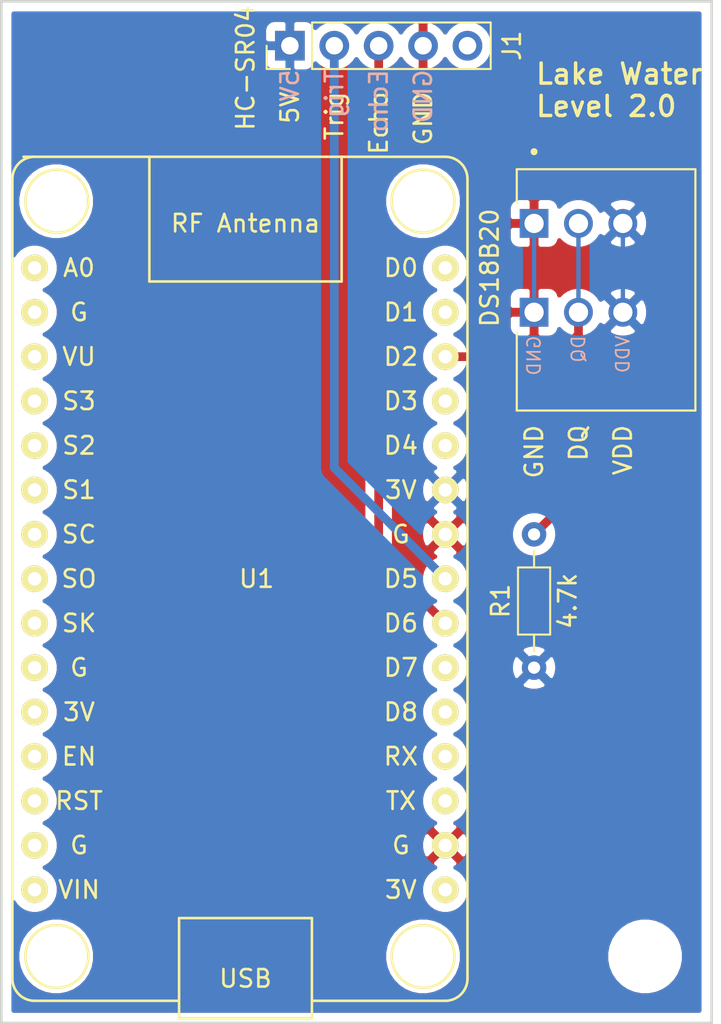
<source format=kicad_pcb>
(kicad_pcb (version 20171130) (host pcbnew "(5.1.9)-1")

  (general
    (thickness 1.6)
    (drawings 25)
    (tracks 13)
    (zones 0)
    (modules 9)
    (nets 31)
  )

  (page A4)
  (layers
    (0 F.Cu signal)
    (31 B.Cu signal)
    (32 B.Adhes user hide)
    (33 F.Adhes user hide)
    (34 B.Paste user)
    (35 F.Paste user)
    (36 B.SilkS user hide)
    (37 F.SilkS user)
    (38 B.Mask user)
    (39 F.Mask user)
    (40 Dwgs.User user hide)
    (41 Cmts.User user)
    (42 Eco1.User user)
    (43 Eco2.User user)
    (44 Edge.Cuts user)
    (45 Margin user)
    (46 B.CrtYd user)
    (47 F.CrtYd user)
    (48 B.Fab user)
    (49 F.Fab user hide)
  )

  (setup
    (last_trace_width 0.5)
    (user_trace_width 0.5)
    (trace_clearance 0.2)
    (zone_clearance 0.508)
    (zone_45_only no)
    (trace_min 0.006)
    (via_size 0.8)
    (via_drill 0.4)
    (via_min_size 0.02)
    (via_min_drill 0.01)
    (uvia_size 0.3)
    (uvia_drill 0.1)
    (uvias_allowed no)
    (uvia_min_size 0.2)
    (uvia_min_drill 0.1)
    (edge_width 0.05)
    (segment_width 0.2)
    (pcb_text_width 0.3)
    (pcb_text_size 1.5 1.5)
    (mod_edge_width 0.12)
    (mod_text_size 1 1)
    (mod_text_width 0.15)
    (pad_size 1.524 1.524)
    (pad_drill 0.762)
    (pad_to_mask_clearance 0.0508)
    (solder_mask_min_width 0.101)
    (aux_axis_origin 0 0)
    (visible_elements 7FFFFFFF)
    (pcbplotparams
      (layerselection 0x010fc_ffffffff)
      (usegerberextensions false)
      (usegerberattributes true)
      (usegerberadvancedattributes true)
      (creategerberjobfile true)
      (excludeedgelayer true)
      (linewidth 0.100000)
      (plotframeref false)
      (viasonmask false)
      (mode 1)
      (useauxorigin false)
      (hpglpennumber 1)
      (hpglpenspeed 20)
      (hpglpendiameter 15.000000)
      (psnegative false)
      (psa4output false)
      (plotreference true)
      (plotvalue true)
      (plotinvisibletext false)
      (padsonsilk false)
      (subtractmaskfromsilk false)
      (outputformat 1)
      (mirror false)
      (drillshape 0)
      (scaleselection 1)
      (outputdirectory "Gerber/"))
  )

  (net 0 "")
  (net 1 /VDD)
  (net 2 /DQ)
  (net 3 /GND)
  (net 4 /RX_Trig)
  (net 5 /TX_Echo)
  (net 6 "Net-(U1-Pad30)")
  (net 7 "Net-(U1-Pad29)")
  (net 8 "Net-(U1-Pad27)")
  (net 9 "Net-(U1-Pad21)")
  (net 10 "Net-(U1-Pad20)")
  (net 11 "Net-(U1-Pad19)")
  (net 12 "Net-(U1-Pad18)")
  (net 13 "Net-(U1-Pad16)")
  (net 14 "Net-(U1-Pad15)")
  (net 15 "Net-(U1-Pad14)")
  (net 16 "Net-(U1-Pad13)")
  (net 17 "Net-(U1-Pad12)")
  (net 18 "Net-(U1-Pad11)")
  (net 19 "Net-(U1-Pad10)")
  (net 20 "Net-(U1-Pad9)")
  (net 21 "Net-(U1-Pad8)")
  (net 22 "Net-(U1-Pad7)")
  (net 23 "Net-(U1-Pad6)")
  (net 24 "Net-(U1-Pad5)")
  (net 25 "Net-(U1-Pad3)")
  (net 26 "Net-(U1-Pad2)")
  (net 27 "Net-(U1-Pad1)")
  (net 28 "Net-(J1-Pad5)")
  (net 29 "Net-(U1-Pad26)")
  (net 30 "Net-(U1-Pad4)")

  (net_class Default "This is the default net class."
    (clearance 0.2)
    (trace_width 0.25)
    (via_dia 0.8)
    (via_drill 0.4)
    (uvia_dia 0.3)
    (uvia_drill 0.1)
    (add_net /DQ)
    (add_net /GND)
    (add_net /RX_Trig)
    (add_net /TX_Echo)
    (add_net /VDD)
    (add_net "Net-(J1-Pad5)")
    (add_net "Net-(U1-Pad1)")
    (add_net "Net-(U1-Pad10)")
    (add_net "Net-(U1-Pad11)")
    (add_net "Net-(U1-Pad12)")
    (add_net "Net-(U1-Pad13)")
    (add_net "Net-(U1-Pad14)")
    (add_net "Net-(U1-Pad15)")
    (add_net "Net-(U1-Pad16)")
    (add_net "Net-(U1-Pad18)")
    (add_net "Net-(U1-Pad19)")
    (add_net "Net-(U1-Pad2)")
    (add_net "Net-(U1-Pad20)")
    (add_net "Net-(U1-Pad21)")
    (add_net "Net-(U1-Pad26)")
    (add_net "Net-(U1-Pad27)")
    (add_net "Net-(U1-Pad29)")
    (add_net "Net-(U1-Pad3)")
    (add_net "Net-(U1-Pad30)")
    (add_net "Net-(U1-Pad4)")
    (add_net "Net-(U1-Pad5)")
    (add_net "Net-(U1-Pad6)")
    (add_net "Net-(U1-Pad7)")
    (add_net "Net-(U1-Pad8)")
    (add_net "Net-(U1-Pad9)")
  )

  (module MountingHole:MountingHole_3.2mm_M3_ISO14580 (layer F.Cu) (tedit 56D1B4CB) (tstamp 6073534B)
    (at 156.21 114.3)
    (descr "Mounting Hole 3.2mm, no annular, M3, ISO14580")
    (tags "mounting hole 3.2mm no annular m3 iso14580")
    (attr virtual)
    (fp_text reference REF** (at 0 2.54) (layer F.Fab)
      (effects (font (size 1 1) (thickness 0.15)))
    )
    (fp_text value MountingHole_3.2mm_M3_ISO14580 (at 3.81 6.35) (layer F.Fab)
      (effects (font (size 1 1) (thickness 0.15)))
    )
    (fp_circle (center 0 0) (end 2.75 0) (layer Cmts.User) (width 0.15))
    (fp_circle (center 0 0) (end 3 0) (layer F.CrtYd) (width 0.05))
    (fp_text user %R (at 0.3 0) (layer F.Fab)
      (effects (font (size 1 1) (thickness 0.15)))
    )
    (pad 1 np_thru_hole circle (at 0 0) (size 3.2 3.2) (drill 3.2) (layers *.Cu *.Mask))
  )

  (module ESP8266:ESP12F-Devkit-V3 (layer F.Cu) (tedit 5B8C418D) (tstamp 606F76A9)
    (at 133.35 93.98)
    (path /606B3892)
    (fp_text reference U1 (at 0.635 -1.27) (layer F.SilkS)
      (effects (font (size 1 1) (thickness 0.15)))
    )
    (fp_text value "NodeMCU1.0(ESP-12E)" (at 0 -6.35) (layer F.Fab)
      (effects (font (size 1 1) (thickness 0.15)))
    )
    (fp_line (start 11.43 22.86) (end 3.81 22.86) (layer F.SilkS) (width 0.15))
    (fp_line (start 5.5 -18.27) (end -5.5 -18.27) (layer F.SilkS) (width 0.15))
    (fp_line (start 5.5 -25.4) (end 5.5 -18.27) (layer F.SilkS) (width 0.15))
    (fp_line (start -5.5 -18.27) (end -5.5 -25.4) (layer F.SilkS) (width 0.15))
    (fp_line (start -3.8 23.86) (end -3.8 18.13) (layer F.SilkS) (width 0.15))
    (fp_line (start -3.8 18.13) (end 3.8 18.13) (layer F.SilkS) (width 0.15))
    (fp_line (start 3.8 18.13) (end 3.8 23.86) (layer F.SilkS) (width 0.15))
    (fp_line (start 3.8 23.86) (end -3.8 23.86) (layer F.SilkS) (width 0.15))
    (fp_line (start 12.7 -24.13) (end 12.7 21.59) (layer F.SilkS) (width 0.15))
    (fp_line (start -13.335 -24.13) (end -13.335 21.59) (layer F.SilkS) (width 0.15))
    (fp_line (start -3.81 22.86) (end -12.065 22.86) (layer F.SilkS) (width 0.15))
    (fp_circle (center 10.16 20.32) (end 11.43 19.05) (layer F.SilkS) (width 0.15))
    (fp_circle (center -10.795 20.32) (end -9.525 19.05) (layer F.SilkS) (width 0.15))
    (fp_circle (center -10.795 -22.86) (end -9.525 -24.13) (layer F.SilkS) (width 0.15))
    (fp_circle (center 10.16 -22.86) (end 11.43 -24.13) (layer F.SilkS) (width 0.15))
    (fp_line (start 11.43 -25.4) (end -12.7 -25.4) (layer F.SilkS) (width 0.15))
    (fp_text user D0 (at 8.89 -19.05) (layer F.SilkS)
      (effects (font (size 1 1) (thickness 0.15)))
    )
    (fp_text user D1 (at 8.89 -16.51) (layer F.SilkS)
      (effects (font (size 1 1) (thickness 0.15)))
    )
    (fp_text user D2 (at 8.89 -13.97) (layer F.SilkS)
      (effects (font (size 1 1) (thickness 0.15)))
    )
    (fp_text user D3 (at 8.89 -11.43) (layer F.SilkS)
      (effects (font (size 1 1) (thickness 0.15)))
    )
    (fp_text user D4 (at 8.89 -8.89) (layer F.SilkS)
      (effects (font (size 1 1) (thickness 0.15)))
    )
    (fp_text user 3V (at 8.89 -6.35) (layer F.SilkS)
      (effects (font (size 1 1) (thickness 0.15)))
    )
    (fp_text user G (at 8.89 -3.81) (layer F.SilkS)
      (effects (font (size 1 1) (thickness 0.15)))
    )
    (fp_text user D5 (at 8.89 -1.27) (layer F.SilkS)
      (effects (font (size 1 1) (thickness 0.15)))
    )
    (fp_text user D6 (at 8.89 1.27) (layer F.SilkS)
      (effects (font (size 1 1) (thickness 0.15)))
    )
    (fp_text user D7 (at 8.89 3.81) (layer F.SilkS)
      (effects (font (size 1 1) (thickness 0.15)))
    )
    (fp_text user D8 (at 8.89 6.35) (layer F.SilkS)
      (effects (font (size 1 1) (thickness 0.15)))
    )
    (fp_text user RX (at 8.89 8.89) (layer F.SilkS)
      (effects (font (size 1 1) (thickness 0.15)))
    )
    (fp_text user TX (at 8.89 11.43) (layer F.SilkS)
      (effects (font (size 1 1) (thickness 0.15)))
    )
    (fp_text user G (at 8.89 13.97) (layer F.SilkS)
      (effects (font (size 1 1) (thickness 0.15)))
    )
    (fp_text user 3V (at 8.89 16.51) (layer F.SilkS)
      (effects (font (size 1 1) (thickness 0.15)))
    )
    (fp_text user A0 (at -9.525 -19.05) (layer F.SilkS)
      (effects (font (size 1 1) (thickness 0.15)))
    )
    (fp_text user G (at -9.525 -16.51) (layer F.SilkS)
      (effects (font (size 1 1) (thickness 0.15)))
    )
    (fp_text user VU (at -9.525 -13.97) (layer F.SilkS)
      (effects (font (size 1 1) (thickness 0.15)))
    )
    (fp_text user S3 (at -9.525 -11.43) (layer F.SilkS)
      (effects (font (size 1 1) (thickness 0.15)))
    )
    (fp_text user S2 (at -9.525 -8.89) (layer F.SilkS)
      (effects (font (size 1 1) (thickness 0.15)))
    )
    (fp_text user S1 (at -9.525 -6.35) (layer F.SilkS)
      (effects (font (size 1 1) (thickness 0.15)))
    )
    (fp_text user SC (at -9.525 -3.81) (layer F.SilkS)
      (effects (font (size 1 1) (thickness 0.15)))
    )
    (fp_text user SO (at -9.525 -1.27) (layer F.SilkS)
      (effects (font (size 1 1) (thickness 0.15)))
    )
    (fp_text user SK (at -9.525 1.27) (layer F.SilkS)
      (effects (font (size 1 1) (thickness 0.15)))
    )
    (fp_text user G (at -9.525 3.81) (layer F.SilkS)
      (effects (font (size 1 1) (thickness 0.15)))
    )
    (fp_text user 3V (at -9.525 6.35) (layer F.SilkS)
      (effects (font (size 1 1) (thickness 0.15)))
    )
    (fp_text user EN (at -9.525 8.89) (layer F.SilkS)
      (effects (font (size 1 1) (thickness 0.15)))
    )
    (fp_text user RST (at -9.525 11.43) (layer F.SilkS)
      (effects (font (size 1 1) (thickness 0.15)))
    )
    (fp_text user G (at -9.525 13.97) (layer F.SilkS)
      (effects (font (size 1 1) (thickness 0.15)))
    )
    (fp_text user VIN (at -9.525 16.51) (layer F.SilkS)
      (effects (font (size 1 1) (thickness 0.15)))
    )
    (fp_arc (start -12.065 21.59) (end -12.065 22.86) (angle 90) (layer F.SilkS) (width 0.15))
    (fp_arc (start 11.43 21.59) (end 12.7 21.59) (angle 90) (layer F.SilkS) (width 0.15))
    (fp_arc (start 11.43 -24.13) (end 11.43 -25.4) (angle 90) (layer F.SilkS) (width 0.15))
    (fp_arc (start -12.065 -24.13) (end -13.335 -24.13) (angle 90) (layer F.SilkS) (width 0.15))
    (fp_text user "RF Antenna" (at 0 -21.59) (layer F.SilkS)
      (effects (font (size 1 1) (thickness 0.15)))
    )
    (fp_text user USB (at 0 21.59) (layer F.SilkS)
      (effects (font (size 1 1) (thickness 0.15)))
    )
    (pad 30 thru_hole circle (at 11.43 -19.05) (size 1.524 1.524) (drill 0.762) (layers *.Cu *.Mask F.SilkS)
      (net 6 "Net-(U1-Pad30)"))
    (pad 29 thru_hole circle (at 11.43 -16.51) (size 1.524 1.524) (drill 0.762) (layers *.Cu *.Mask F.SilkS)
      (net 7 "Net-(U1-Pad29)"))
    (pad 28 thru_hole circle (at 11.43 -13.97) (size 1.524 1.524) (drill 0.762) (layers *.Cu *.Mask F.SilkS)
      (net 2 /DQ))
    (pad 27 thru_hole circle (at 11.43 -11.43) (size 1.524 1.524) (drill 0.762) (layers *.Cu *.Mask F.SilkS)
      (net 8 "Net-(U1-Pad27)"))
    (pad 26 thru_hole circle (at 11.43 -8.89) (size 1.524 1.524) (drill 0.762) (layers *.Cu *.Mask F.SilkS)
      (net 29 "Net-(U1-Pad26)"))
    (pad 25 thru_hole circle (at 11.43 -6.35) (size 1.524 1.524) (drill 0.762) (layers *.Cu *.Mask F.SilkS)
      (net 1 /VDD))
    (pad 24 thru_hole circle (at 11.43 -3.81) (size 1.524 1.524) (drill 0.762) (layers *.Cu *.Mask F.SilkS)
      (net 3 /GND))
    (pad 23 thru_hole circle (at 11.43 -1.27) (size 1.524 1.524) (drill 0.762) (layers *.Cu *.Mask F.SilkS)
      (net 4 /RX_Trig))
    (pad 22 thru_hole circle (at 11.43 1.27) (size 1.524 1.524) (drill 0.762) (layers *.Cu *.Mask F.SilkS)
      (net 5 /TX_Echo))
    (pad 21 thru_hole circle (at 11.43 3.81) (size 1.524 1.524) (drill 0.762) (layers *.Cu *.Mask F.SilkS)
      (net 9 "Net-(U1-Pad21)"))
    (pad 20 thru_hole circle (at 11.43 6.35) (size 1.524 1.524) (drill 0.762) (layers *.Cu *.Mask F.SilkS)
      (net 10 "Net-(U1-Pad20)"))
    (pad 19 thru_hole circle (at 11.43 8.89) (size 1.524 1.524) (drill 0.762) (layers *.Cu *.Mask F.SilkS)
      (net 11 "Net-(U1-Pad19)"))
    (pad 18 thru_hole circle (at 11.43 11.43) (size 1.524 1.524) (drill 0.762) (layers *.Cu *.Mask F.SilkS)
      (net 12 "Net-(U1-Pad18)"))
    (pad 17 thru_hole circle (at 11.43 13.97) (size 1.524 1.524) (drill 0.762) (layers *.Cu *.Mask F.SilkS)
      (net 3 /GND))
    (pad 16 thru_hole circle (at 11.43 16.51) (size 1.524 1.524) (drill 0.762) (layers *.Cu *.Mask F.SilkS)
      (net 13 "Net-(U1-Pad16)"))
    (pad 15 thru_hole circle (at -12.065 16.51) (size 1.524 1.524) (drill 0.762) (layers *.Cu *.Mask F.SilkS)
      (net 14 "Net-(U1-Pad15)"))
    (pad 14 thru_hole circle (at -12.065 13.97) (size 1.524 1.524) (drill 0.762) (layers *.Cu *.Mask F.SilkS)
      (net 15 "Net-(U1-Pad14)"))
    (pad 13 thru_hole circle (at -12.065 11.43) (size 1.524 1.524) (drill 0.762) (layers *.Cu *.Mask F.SilkS)
      (net 16 "Net-(U1-Pad13)"))
    (pad 12 thru_hole circle (at -12.065 8.89) (size 1.524 1.524) (drill 0.762) (layers *.Cu *.Mask F.SilkS)
      (net 17 "Net-(U1-Pad12)"))
    (pad 11 thru_hole circle (at -12.065 6.35) (size 1.524 1.524) (drill 0.762) (layers *.Cu *.Mask F.SilkS)
      (net 18 "Net-(U1-Pad11)"))
    (pad 10 thru_hole circle (at -12.065 3.81) (size 1.524 1.524) (drill 0.762) (layers *.Cu *.Mask F.SilkS)
      (net 19 "Net-(U1-Pad10)"))
    (pad 9 thru_hole circle (at -12.065 1.27) (size 1.524 1.524) (drill 0.762) (layers *.Cu *.Mask F.SilkS)
      (net 20 "Net-(U1-Pad9)"))
    (pad 8 thru_hole circle (at -12.065 -1.27) (size 1.524 1.524) (drill 0.762) (layers *.Cu *.Mask F.SilkS)
      (net 21 "Net-(U1-Pad8)"))
    (pad 7 thru_hole circle (at -12.065 -3.81) (size 1.524 1.524) (drill 0.762) (layers *.Cu *.Mask F.SilkS)
      (net 22 "Net-(U1-Pad7)"))
    (pad 6 thru_hole circle (at -12.065 -6.35) (size 1.524 1.524) (drill 0.762) (layers *.Cu *.Mask F.SilkS)
      (net 23 "Net-(U1-Pad6)"))
    (pad 5 thru_hole circle (at -12.065 -8.89) (size 1.524 1.524) (drill 0.762) (layers *.Cu *.Mask F.SilkS)
      (net 24 "Net-(U1-Pad5)"))
    (pad 4 thru_hole circle (at -12.065 -11.43) (size 1.524 1.524) (drill 0.762) (layers *.Cu *.Mask F.SilkS)
      (net 30 "Net-(U1-Pad4)"))
    (pad 3 thru_hole circle (at -12.065 -13.97) (size 1.524 1.524) (drill 0.762) (layers *.Cu *.Mask F.SilkS)
      (net 25 "Net-(U1-Pad3)"))
    (pad 2 thru_hole circle (at -12.065 -16.51) (size 1.524 1.524) (drill 0.762) (layers *.Cu *.Mask F.SilkS)
      (net 26 "Net-(U1-Pad2)"))
    (pad 1 thru_hole circle (at -12.065 -19.05) (size 1.524 1.524) (drill 0.762) (layers *.Cu *.Mask F.SilkS)
      (net 27 "Net-(U1-Pad1)"))
  )

  (module Resistor_THT:R_Axial_DIN0204_L3.6mm_D1.6mm_P7.62mm_Horizontal (layer F.Cu) (tedit 5AE5139B) (tstamp 606E350D)
    (at 149.86 97.79 90)
    (descr "Resistor, Axial_DIN0204 series, Axial, Horizontal, pin pitch=7.62mm, 0.167W, length*diameter=3.6*1.6mm^2, http://cdn-reichelt.de/documents/datenblatt/B400/1_4W%23YAG.pdf")
    (tags "Resistor Axial_DIN0204 series Axial Horizontal pin pitch 7.62mm 0.167W length 3.6mm diameter 1.6mm")
    (path /6069D019)
    (fp_text reference R1 (at 3.81 -1.92 90) (layer F.SilkS)
      (effects (font (size 1 1) (thickness 0.15)))
    )
    (fp_text value 4.7k (at 3.81 1.92 90) (layer F.SilkS)
      (effects (font (size 1 1) (thickness 0.15)))
    )
    (fp_line (start 8.57 -1.05) (end -0.95 -1.05) (layer F.CrtYd) (width 0.05))
    (fp_line (start 8.57 1.05) (end 8.57 -1.05) (layer F.CrtYd) (width 0.05))
    (fp_line (start -0.95 1.05) (end 8.57 1.05) (layer F.CrtYd) (width 0.05))
    (fp_line (start -0.95 -1.05) (end -0.95 1.05) (layer F.CrtYd) (width 0.05))
    (fp_line (start 6.68 0) (end 5.73 0) (layer F.SilkS) (width 0.12))
    (fp_line (start 0.94 0) (end 1.89 0) (layer F.SilkS) (width 0.12))
    (fp_line (start 5.73 -0.92) (end 1.89 -0.92) (layer F.SilkS) (width 0.12))
    (fp_line (start 5.73 0.92) (end 5.73 -0.92) (layer F.SilkS) (width 0.12))
    (fp_line (start 1.89 0.92) (end 5.73 0.92) (layer F.SilkS) (width 0.12))
    (fp_line (start 1.89 -0.92) (end 1.89 0.92) (layer F.SilkS) (width 0.12))
    (fp_line (start 7.62 0) (end 5.61 0) (layer F.Fab) (width 0.1))
    (fp_line (start 0 0) (end 2.01 0) (layer F.Fab) (width 0.1))
    (fp_line (start 5.61 -0.8) (end 2.01 -0.8) (layer F.Fab) (width 0.1))
    (fp_line (start 5.61 0.8) (end 5.61 -0.8) (layer F.Fab) (width 0.1))
    (fp_line (start 2.01 0.8) (end 5.61 0.8) (layer F.Fab) (width 0.1))
    (fp_line (start 2.01 -0.8) (end 2.01 0.8) (layer F.Fab) (width 0.1))
    (fp_text user %R (at 3.81 0 90) (layer F.Fab)
      (effects (font (size 0.72 0.72) (thickness 0.108)))
    )
    (pad 2 thru_hole oval (at 7.62 0 90) (size 1.4 1.4) (drill 0.7) (layers *.Cu *.Mask)
      (net 2 /DQ))
    (pad 1 thru_hole circle (at 0 0 90) (size 1.4 1.4) (drill 0.7) (layers *.Cu *.Mask)
      (net 1 /VDD))
    (model ${KISYS3DMOD}/Resistor_THT.3dshapes/R_Axial_DIN0204_L3.6mm_D1.6mm_P7.62mm_Horizontal.wrl
      (at (xyz 0 0 0))
      (scale (xyz 1 1 1))
      (rotate (xyz 0 0 0))
    )
  )

  (module Connector_PinHeader_2.54mm:PinHeader_1x05_P2.54mm_Vertical (layer F.Cu) (tedit 59FED5CC) (tstamp 606E349E)
    (at 135.89 62.23 90)
    (descr "Through hole straight pin header, 1x05, 2.54mm pitch, single row")
    (tags "Through hole pin header THT 1x05 2.54mm single row")
    (path /606E4F3A)
    (fp_text reference J1 (at 0 12.7 90) (layer F.SilkS)
      (effects (font (size 1 1) (thickness 0.15)))
    )
    (fp_text value Conn_01x05_Female (at 11.43 5.08 180) (layer F.Fab)
      (effects (font (size 1 1) (thickness 0.15)))
    )
    (fp_line (start 1.8 -1.8) (end -1.8 -1.8) (layer F.CrtYd) (width 0.05))
    (fp_line (start 1.8 11.95) (end 1.8 -1.8) (layer F.CrtYd) (width 0.05))
    (fp_line (start -1.8 11.95) (end 1.8 11.95) (layer F.CrtYd) (width 0.05))
    (fp_line (start -1.8 -1.8) (end -1.8 11.95) (layer F.CrtYd) (width 0.05))
    (fp_line (start -1.33 -1.33) (end 0 -1.33) (layer F.SilkS) (width 0.12))
    (fp_line (start -1.33 0) (end -1.33 -1.33) (layer F.SilkS) (width 0.12))
    (fp_line (start -1.33 1.27) (end 1.33 1.27) (layer F.SilkS) (width 0.12))
    (fp_line (start 1.33 1.27) (end 1.33 11.49) (layer F.SilkS) (width 0.12))
    (fp_line (start -1.33 1.27) (end -1.33 11.49) (layer F.SilkS) (width 0.12))
    (fp_line (start -1.33 11.49) (end 1.33 11.49) (layer F.SilkS) (width 0.12))
    (fp_line (start -1.27 -0.635) (end -0.635 -1.27) (layer F.Fab) (width 0.1))
    (fp_line (start -1.27 11.43) (end -1.27 -0.635) (layer F.Fab) (width 0.1))
    (fp_line (start 1.27 11.43) (end -1.27 11.43) (layer F.Fab) (width 0.1))
    (fp_line (start 1.27 -1.27) (end 1.27 11.43) (layer F.Fab) (width 0.1))
    (fp_line (start -0.635 -1.27) (end 1.27 -1.27) (layer F.Fab) (width 0.1))
    (fp_text user %R (at 0 5.08) (layer F.Fab)
      (effects (font (size 1 1) (thickness 0.15)))
    )
    (pad 5 thru_hole oval (at 0 10.16 90) (size 1.7 1.7) (drill 1) (layers *.Cu *.Mask)
      (net 28 "Net-(J1-Pad5)"))
    (pad 4 thru_hole oval (at 0 7.62 90) (size 1.7 1.7) (drill 1) (layers *.Cu *.Mask)
      (net 3 /GND))
    (pad 3 thru_hole oval (at 0 5.08 90) (size 1.7 1.7) (drill 1) (layers *.Cu *.Mask)
      (net 5 /TX_Echo))
    (pad 2 thru_hole oval (at 0 2.54 90) (size 1.7 1.7) (drill 1) (layers *.Cu *.Mask)
      (net 4 /RX_Trig))
    (pad 1 thru_hole rect (at 0 0 90) (size 1.7 1.7) (drill 1) (layers *.Cu *.Mask)
      (net 1 /VDD))
    (model ${KISYS3DMOD}/Connector_PinHeader_2.54mm.3dshapes/PinHeader_1x05_P2.54mm_Vertical.wrl
      (at (xyz 0 0 0))
      (scale (xyz 1 1 1))
      (rotate (xyz 0 0 0))
    )
  )

  (module MountingHole:MountingHole_3.2mm_M3_ISO14580 (layer F.Cu) (tedit 56D1B4CB) (tstamp 6077CD9A)
    (at 143.51 114.3)
    (descr "Mounting Hole 3.2mm, no annular, M3, ISO14580")
    (tags "mounting hole 3.2mm no annular m3 iso14580")
    (attr virtual)
    (fp_text reference REF** (at 0 2.54) (layer F.Fab)
      (effects (font (size 1 1) (thickness 0.15)))
    )
    (fp_text value MountingHole_3.2mm_M3_ISO14580 (at 2.54 8.89) (layer F.Fab)
      (effects (font (size 1 1) (thickness 0.15)))
    )
    (fp_circle (center 0 0) (end 2.75 0) (layer Cmts.User) (width 0.15))
    (fp_circle (center 0 0) (end 3 0) (layer F.CrtYd) (width 0.05))
    (fp_text user %R (at 0.3 0) (layer F.Fab)
      (effects (font (size 1 1) (thickness 0.15)))
    )
    (pad 1 np_thru_hole circle (at 0 0) (size 3.2 3.2) (drill 3.2) (layers *.Cu *.Mask))
  )

  (module MountingHole:MountingHole_3.2mm_M3_ISO14580 (layer F.Cu) (tedit 56D1B4CB) (tstamp 60736028)
    (at 122.52 71.12)
    (descr "Mounting Hole 3.2mm, no annular, M3, ISO14580")
    (tags "mounting hole 3.2mm no annular m3 iso14580")
    (attr virtual)
    (fp_text reference REF** (at -0.6 -2.54) (layer F.Fab)
      (effects (font (size 1 1) (thickness 0.15)))
    )
    (fp_text value MountingHole_3.2mm_M3_ISO14580 (at 10.83 53.34) (layer F.Fab)
      (effects (font (size 1 1) (thickness 0.15)))
    )
    (fp_circle (center 0 0) (end 2.75 0) (layer Cmts.User) (width 0.15))
    (fp_circle (center 0 0) (end 3 0) (layer F.CrtYd) (width 0.05))
    (fp_text user %R (at 0.3 0) (layer F.Fab)
      (effects (font (size 1 1) (thickness 0.15)))
    )
    (pad 1 np_thru_hole circle (at 0 0) (size 3.2 3.2) (drill 3.2) (layers *.Cu *.Mask))
  )

  (module MountingHole:MountingHole_3.2mm_M3_ISO14580 (layer F.Cu) (tedit 56D1B4CB) (tstamp 6073534B)
    (at 143.51 71.12)
    (descr "Mounting Hole 3.2mm, no annular, M3, ISO14580")
    (tags "mounting hole 3.2mm no annular m3 iso14580")
    (attr virtual)
    (fp_text reference REF** (at 0 -2.54) (layer F.Fab)
      (effects (font (size 1 1) (thickness 0.15)))
    )
    (fp_text value MountingHole_3.2mm_M3_ISO14580 (at -6.35 2.54) (layer F.Fab)
      (effects (font (size 1 1) (thickness 0.15)))
    )
    (fp_circle (center 0 0) (end 2.75 0) (layer Cmts.User) (width 0.15))
    (fp_circle (center 0 0) (end 3 0) (layer F.CrtYd) (width 0.05))
    (fp_text user %R (at 0.3 0) (layer F.Fab)
      (effects (font (size 1 1) (thickness 0.15)))
    )
    (pad 1 np_thru_hole circle (at 0 0) (size 3.2 3.2) (drill 3.2) (layers *.Cu *.Mask))
  )

  (module MountingHole:MountingHole_3.2mm_M3_ISO14580 (layer F.Cu) (tedit 56D1B4CB) (tstamp 60735170)
    (at 122.52 114.3)
    (descr "Mounting Hole 3.2mm, no annular, M3, ISO14580")
    (tags "mounting hole 3.2mm no annular m3 iso14580")
    (attr virtual)
    (fp_text reference REF** (at -0.6 2.54) (layer F.Fab)
      (effects (font (size 1 1) (thickness 0.15)))
    )
    (fp_text value MountingHole_3.2mm_M3_ISO14580 (at -1.87 6.35) (layer F.Fab)
      (effects (font (size 1 1) (thickness 0.15)))
    )
    (fp_circle (center 0 0) (end 2.75 0) (layer Cmts.User) (width 0.15))
    (fp_circle (center 0 0) (end 3 0) (layer F.CrtYd) (width 0.05))
    (fp_text user %R (at 0.3 0) (layer F.Fab)
      (effects (font (size 1 1) (thickness 0.15)))
    )
    (pad 1 np_thru_hole circle (at 0 0) (size 3.2 3.2) (drill 3.2) (layers *.Cu *.Mask))
  )

  (module TBL003-254-03GR-2OR:CUI_TBL003-254-03GR-2OR (layer F.Cu) (tedit 606E0835) (tstamp 606E3547)
    (at 149.86 72.39)
    (path /606E0C3C)
    (fp_text reference DS18B20 (at -2.54 2.54 270) (layer F.SilkS)
      (effects (font (size 1 1) (thickness 0.15)))
    )
    (fp_text value TBL003-254-03GR-2OR (at 3.81 -3.81) (layer F.Fab)
      (effects (font (size 0.5 0.5) (thickness 0.015)))
    )
    (fp_circle (center 0 -4.1) (end 0.1 -4.1) (layer F.Fab) (width 0.2))
    (fp_circle (center 0 -4.1) (end 0.1 -4.1) (layer F.SilkS) (width 0.2))
    (fp_line (start 9.48 -3.35) (end 9.48 10.95) (layer F.CrtYd) (width 0.05))
    (fp_line (start -1.24 10.95) (end -1.24 -3.35) (layer F.CrtYd) (width 0.05))
    (fp_line (start 9.48 10.95) (end -1.24 10.95) (layer F.CrtYd) (width 0.05))
    (fp_line (start -1.24 -3.35) (end 9.48 -3.35) (layer F.CrtYd) (width 0.05))
    (fp_line (start 9.23 10.7) (end -0.99 10.7) (layer F.SilkS) (width 0.127))
    (fp_line (start -0.99 -3.1) (end 9.23 -3.1) (layer F.SilkS) (width 0.127))
    (fp_line (start 9.23 -3.1) (end 9.23 10.7) (layer F.SilkS) (width 0.127))
    (fp_line (start -0.99 -1.145) (end -0.99 -3.1) (layer F.SilkS) (width 0.127))
    (fp_line (start -0.99 10.7) (end -0.99 6.225) (layer F.SilkS) (width 0.127))
    (fp_line (start 9.23 10.7) (end -0.99 10.7) (layer F.Fab) (width 0.127))
    (fp_line (start 9.23 -3.1) (end 9.23 10.7) (layer F.Fab) (width 0.127))
    (fp_line (start -0.99 -3.1) (end 9.23 -3.1) (layer F.Fab) (width 0.127))
    (fp_line (start -0.99 10.7) (end -0.99 -3.1) (layer F.Fab) (width 0.127))
    (pad 1_A thru_hole rect (at 0 0) (size 1.65 1.65) (drill 1.1) (layers *.Cu *.Mask)
      (net 3 /GND))
    (pad 2_A thru_hole circle (at 2.54 0) (size 1.65 1.65) (drill 1.1) (layers *.Cu *.Mask)
      (net 2 /DQ))
    (pad 3_A thru_hole circle (at 5.08 0) (size 1.65 1.65) (drill 1.1) (layers *.Cu *.Mask)
      (net 1 /VDD))
    (pad 1_B thru_hole rect (at 0 5.08) (size 1.65 1.65) (drill 1.1) (layers *.Cu *.Mask)
      (net 3 /GND))
    (pad 2_B thru_hole circle (at 2.54 5.08) (size 1.65 1.65) (drill 1.1) (layers *.Cu *.Mask)
      (net 2 /DQ))
    (pad 3_B thru_hole circle (at 5.08 5.08) (size 1.65 1.65) (drill 1.1) (layers *.Cu *.Mask)
      (net 1 /VDD))
  )

  (gr_line (start 160.02 59.69) (end 160.02 118.11) (layer Edge.Cuts) (width 0.15))
  (dimension 40.659839 (width 0.15) (layer Dwgs.User)
    (gr_text "40.660 mm" (at 139.446283 76.063956 358.2100894) (layer Dwgs.User)
      (effects (font (size 1 1) (thickness 0.15)))
    )
    (feature1 (pts (xy 160.02 68.58) (xy 159.788571 75.985725)))
    (feature2 (pts (xy 119.38 67.31) (xy 119.148571 74.715725)))
    (crossbar (pts (xy 119.166888 74.12959) (xy 159.806888 75.39959)))
    (arrow1a (pts (xy 159.806888 75.39959) (xy 158.662617 75.950539)))
    (arrow1b (pts (xy 159.806888 75.39959) (xy 158.699251 74.778269)))
    (arrow2a (pts (xy 119.166888 74.12959) (xy 120.274525 74.750911)))
    (arrow2b (pts (xy 119.166888 74.12959) (xy 120.311159 73.578641)))
  )
  (dimension 38.625542 (width 0.15) (layer Dwgs.User)
    (gr_text "38.626 mm" (at 156.113001 73.246146 27.40757544) (layer Dwgs.User)
      (effects (font (size 1 1) (thickness 0.15)))
    )
    (feature1 (pts (xy 170.18 58.42) (xy 172.929529 63.722662)))
    (feature2 (pts (xy 135.89 76.2) (xy 138.639529 81.502662)))
    (crossbar (pts (xy 138.369589 80.982065) (xy 172.659589 63.202065)))
    (arrow1a (pts (xy 172.659589 63.202065) (xy 171.92947 64.241212)))
    (arrow1b (pts (xy 172.659589 63.202065) (xy 171.389591 63.200016)))
    (arrow2a (pts (xy 138.369589 80.982065) (xy 139.639587 80.984114)))
    (arrow2b (pts (xy 138.369589 80.982065) (xy 139.099708 79.942918)))
  )
  (dimension 19.715702 (width 0.15) (layer Dwgs.User)
    (gr_text "19.716 mm" (at 147.303857 65.941789 -14.93141718) (layer Dwgs.User)
      (effects (font (size 1 1) (thickness 0.15)))
    )
    (feature1 (pts (xy 138.43 60.96) (xy 137.962719 62.712304)))
    (feature2 (pts (xy 157.48 66.04) (xy 157.012719 67.792304)))
    (crossbar (pts (xy 157.163818 67.225684) (xy 138.113818 62.145684)))
    (arrow1a (pts (xy 138.113818 62.145684) (xy 139.353384 61.869322)))
    (arrow1b (pts (xy 138.113818 62.145684) (xy 139.051187 63.002562)))
    (arrow2a (pts (xy 157.163818 67.225684) (xy 156.226449 66.368806)))
    (arrow2b (pts (xy 157.163818 67.225684) (xy 155.924252 67.502046)))
  )
  (dimension 2.54 (width 0.15) (layer Dwgs.User)
    (gr_text "2.540 mm" (at 118.08 67.31 90) (layer Dwgs.User)
      (effects (font (size 1 1) (thickness 0.15)))
    )
    (feature1 (pts (xy 160.02 66.04) (xy 118.793579 66.04)))
    (feature2 (pts (xy 160.02 68.58) (xy 118.793579 68.58)))
    (crossbar (pts (xy 119.38 68.58) (xy 119.38 66.04)))
    (arrow1a (pts (xy 119.38 66.04) (xy 119.966421 67.166504)))
    (arrow1b (pts (xy 119.38 66.04) (xy 118.793579 67.166504)))
    (arrow2a (pts (xy 119.38 68.58) (xy 119.966421 67.453496)))
    (arrow2b (pts (xy 119.38 68.58) (xy 118.793579 67.453496)))
  )
  (dimension 40.64 (width 0.15) (layer Dwgs.User)
    (gr_text "40.640 mm" (at 139.7 68.61) (layer Dwgs.User)
      (effects (font (size 1 1) (thickness 0.15)))
    )
    (feature1 (pts (xy 160.02 67.31) (xy 160.02 67.896421)))
    (feature2 (pts (xy 119.38 67.31) (xy 119.38 67.896421)))
    (crossbar (pts (xy 119.38 67.31) (xy 160.02 67.31)))
    (arrow1a (pts (xy 160.02 67.31) (xy 158.893496 67.896421)))
    (arrow1b (pts (xy 160.02 67.31) (xy 158.893496 66.723579)))
    (arrow2a (pts (xy 119.38 67.31) (xy 120.506504 67.896421)))
    (arrow2b (pts (xy 119.38 67.31) (xy 120.506504 66.723579)))
  )
  (gr_text Echo (at 140.97 63.5 90) (layer B.SilkS) (tstamp 60827218)
    (effects (font (size 1 1) (thickness 0.15)) (justify left mirror))
  )
  (gr_text 5V (at 135.89 63.5 90) (layer B.SilkS) (tstamp 60827217)
    (effects (font (size 1 1) (thickness 0.15)) (justify left mirror))
  )
  (gr_text Trig (at 138.43 63.5 90) (layer B.SilkS) (tstamp 60827216)
    (effects (font (size 1 1) (thickness 0.15)) (justify left mirror))
  )
  (gr_text "GND\n" (at 143.51 63.5 90) (layer B.SilkS) (tstamp 60827215)
    (effects (font (size 1 1) (thickness 0.15)) (justify left mirror))
  )
  (gr_text DQ (at 152.4 78.74 90) (layer B.SilkS) (tstamp 6078A17B)
    (effects (font (size 0.75 0.75) (thickness 0.1)) (justify left mirror))
  )
  (gr_text VDD (at 154.94 78.74 90) (layer B.SilkS) (tstamp 6078A17A)
    (effects (font (size 0.75 0.75) (thickness 0.1)) (justify left mirror))
  )
  (gr_text "GND\n" (at 149.86 78.74 90) (layer B.SilkS) (tstamp 6078A179)
    (effects (font (size 0.75 0.75) (thickness 0.1)) (justify left mirror))
  )
  (gr_text HC-SR04 (at 133.35 63.5 90) (layer F.SilkS)
    (effects (font (size 1 1) (thickness 0.15)))
  )
  (gr_line (start 119.38 118.11) (end 119.38 59.69) (layer Edge.Cuts) (width 0.15) (tstamp 606FC6D9))
  (gr_line (start 160.02 118.11) (end 119.38 118.11) (layer Edge.Cuts) (width 0.15))
  (gr_line (start 119.38 59.69) (end 160.02 59.69) (layer Edge.Cuts) (width 0.15))
  (gr_text "GND\n" (at 149.86 83.82 90) (layer F.SilkS) (tstamp 606E3529)
    (effects (font (size 1 1) (thickness 0.15)) (justify right))
  )
  (gr_text Echo (at 140.97 64.77 90) (layer F.SilkS) (tstamp 606E3527)
    (effects (font (size 1 1) (thickness 0.15)) (justify right))
  )
  (gr_text DQ (at 152.4 83.82 90) (layer F.SilkS) (tstamp 606E3526)
    (effects (font (size 1 1) (thickness 0.15)) (justify right))
  )
  (gr_text VDD (at 154.94 83.82 90) (layer F.SilkS) (tstamp 606E3524)
    (effects (font (size 1 1) (thickness 0.15)) (justify right))
  )
  (gr_text "GND\n" (at 143.51 64.77 90) (layer F.SilkS) (tstamp 606E3523)
    (effects (font (size 1 1) (thickness 0.15)) (justify right))
  )
  (gr_text Trig (at 138.43 64.77 90) (layer F.SilkS) (tstamp 606E3522)
    (effects (font (size 1 1) (thickness 0.15)) (justify right))
  )
  (gr_text "Lake Water \nLevel 2.0" (at 149.86 64.77) (layer F.SilkS) (tstamp 606E3521)
    (effects (font (size 1.15 1.15) (thickness 0.2)) (justify left))
  )
  (gr_text 5V (at 135.89 64.77 90) (layer F.SilkS) (tstamp 606E3520)
    (effects (font (size 1 1) (thickness 0.15)) (justify right))
  )

  (segment (start 154.94 72.39) (end 154.94 77.47) (width 0.25) (layer B.Cu) (net 1))
  (segment (start 152.4 72.39) (end 152.4 77.47) (width 0.25) (layer B.Cu) (net 2))
  (segment (start 151.13 80.01) (end 144.78 80.01) (width 0.5) (layer F.Cu) (net 2))
  (segment (start 152.4 78.74) (end 151.13 80.01) (width 0.5) (layer F.Cu) (net 2))
  (segment (start 152.4 87.63) (end 149.86 90.17) (width 0.5) (layer F.Cu) (net 2))
  (segment (start 152.4 78.74) (end 152.4 87.63) (width 0.5) (layer F.Cu) (net 2))
  (segment (start 152.4 78.74) (end 152.4 77.47) (width 0.5) (layer F.Cu) (net 2))
  (segment (start 149.86 76.83359) (end 149.541795 77.151795) (width 0.25) (layer B.Cu) (net 3))
  (segment (start 149.86 72.39) (end 149.86 76.83359) (width 0.25) (layer B.Cu) (net 3))
  (segment (start 138.43 86.36) (end 144.78 92.71) (width 0.5) (layer B.Cu) (net 4))
  (segment (start 138.43 62.23) (end 138.43 86.36) (width 0.5) (layer B.Cu) (net 4))
  (segment (start 140.97 91.44) (end 140.97 62.23) (width 0.5) (layer F.Cu) (net 5))
  (segment (start 144.78 95.25) (end 140.97 91.44) (width 0.5) (layer F.Cu) (net 5))

  (zone (net 3) (net_name /GND) (layer F.Cu) (tstamp 60838545) (hatch edge 0.508)
    (connect_pads (clearance 0.508))
    (min_thickness 0.254)
    (fill yes (arc_segments 32) (thermal_gap 0.508) (thermal_bridge_width 0.508))
    (polygon
      (pts
        (xy 160.02 118.11) (xy 119.38 118.11) (xy 119.38 59.69) (xy 160.02 59.69)
      )
    )
    (filled_polygon
      (pts
        (xy 159.310001 117.4) (xy 120.09 117.4) (xy 120.09 114.079872) (xy 120.285 114.079872) (xy 120.285 114.520128)
        (xy 120.37089 114.951925) (xy 120.539369 115.358669) (xy 120.783962 115.724729) (xy 121.095271 116.036038) (xy 121.461331 116.280631)
        (xy 121.868075 116.44911) (xy 122.299872 116.535) (xy 122.740128 116.535) (xy 123.171925 116.44911) (xy 123.578669 116.280631)
        (xy 123.944729 116.036038) (xy 124.256038 115.724729) (xy 124.500631 115.358669) (xy 124.66911 114.951925) (xy 124.755 114.520128)
        (xy 124.755 114.079872) (xy 141.275 114.079872) (xy 141.275 114.520128) (xy 141.36089 114.951925) (xy 141.529369 115.358669)
        (xy 141.773962 115.724729) (xy 142.085271 116.036038) (xy 142.451331 116.280631) (xy 142.858075 116.44911) (xy 143.289872 116.535)
        (xy 143.730128 116.535) (xy 144.161925 116.44911) (xy 144.568669 116.280631) (xy 144.934729 116.036038) (xy 145.246038 115.724729)
        (xy 145.490631 115.358669) (xy 145.65911 114.951925) (xy 145.745 114.520128) (xy 145.745 114.079872) (xy 153.975 114.079872)
        (xy 153.975 114.520128) (xy 154.06089 114.951925) (xy 154.229369 115.358669) (xy 154.473962 115.724729) (xy 154.785271 116.036038)
        (xy 155.151331 116.280631) (xy 155.558075 116.44911) (xy 155.989872 116.535) (xy 156.430128 116.535) (xy 156.861925 116.44911)
        (xy 157.268669 116.280631) (xy 157.634729 116.036038) (xy 157.946038 115.724729) (xy 158.190631 115.358669) (xy 158.35911 114.951925)
        (xy 158.445 114.520128) (xy 158.445 114.079872) (xy 158.35911 113.648075) (xy 158.190631 113.241331) (xy 157.946038 112.875271)
        (xy 157.634729 112.563962) (xy 157.268669 112.319369) (xy 156.861925 112.15089) (xy 156.430128 112.065) (xy 155.989872 112.065)
        (xy 155.558075 112.15089) (xy 155.151331 112.319369) (xy 154.785271 112.563962) (xy 154.473962 112.875271) (xy 154.229369 113.241331)
        (xy 154.06089 113.648075) (xy 153.975 114.079872) (xy 145.745 114.079872) (xy 145.65911 113.648075) (xy 145.490631 113.241331)
        (xy 145.246038 112.875271) (xy 144.934729 112.563962) (xy 144.568669 112.319369) (xy 144.161925 112.15089) (xy 143.730128 112.065)
        (xy 143.289872 112.065) (xy 142.858075 112.15089) (xy 142.451331 112.319369) (xy 142.085271 112.563962) (xy 141.773962 112.875271)
        (xy 141.529369 113.241331) (xy 141.36089 113.648075) (xy 141.275 114.079872) (xy 124.755 114.079872) (xy 124.66911 113.648075)
        (xy 124.500631 113.241331) (xy 124.256038 112.875271) (xy 123.944729 112.563962) (xy 123.578669 112.319369) (xy 123.171925 112.15089)
        (xy 122.740128 112.065) (xy 122.299872 112.065) (xy 121.868075 112.15089) (xy 121.461331 112.319369) (xy 121.095271 112.563962)
        (xy 120.783962 112.875271) (xy 120.539369 113.241331) (xy 120.37089 113.648075) (xy 120.285 114.079872) (xy 120.09 114.079872)
        (xy 120.09 111.216088) (xy 120.19988 111.380535) (xy 120.394465 111.57512) (xy 120.623273 111.728005) (xy 120.87751 111.833314)
        (xy 121.147408 111.887) (xy 121.422592 111.887) (xy 121.69249 111.833314) (xy 121.946727 111.728005) (xy 122.175535 111.57512)
        (xy 122.37012 111.380535) (xy 122.523005 111.151727) (xy 122.628314 110.89749) (xy 122.682 110.627592) (xy 122.682 110.352408)
        (xy 143.383 110.352408) (xy 143.383 110.627592) (xy 143.436686 110.89749) (xy 143.541995 111.151727) (xy 143.69488 111.380535)
        (xy 143.889465 111.57512) (xy 144.118273 111.728005) (xy 144.37251 111.833314) (xy 144.642408 111.887) (xy 144.917592 111.887)
        (xy 145.18749 111.833314) (xy 145.441727 111.728005) (xy 145.670535 111.57512) (xy 145.86512 111.380535) (xy 146.018005 111.151727)
        (xy 146.123314 110.89749) (xy 146.177 110.627592) (xy 146.177 110.352408) (xy 146.123314 110.08251) (xy 146.018005 109.828273)
        (xy 145.86512 109.599465) (xy 145.670535 109.40488) (xy 145.441727 109.251995) (xy 145.370057 109.222308) (xy 145.383023 109.217636)
        (xy 145.49898 109.155656) (xy 145.56596 108.915565) (xy 144.78 108.129605) (xy 143.99404 108.915565) (xy 144.06102 109.155656)
        (xy 144.19676 109.219485) (xy 144.118273 109.251995) (xy 143.889465 109.40488) (xy 143.69488 109.599465) (xy 143.541995 109.828273)
        (xy 143.436686 110.08251) (xy 143.383 110.352408) (xy 122.682 110.352408) (xy 122.628314 110.08251) (xy 122.523005 109.828273)
        (xy 122.37012 109.599465) (xy 122.175535 109.40488) (xy 121.946727 109.251995) (xy 121.869485 109.22) (xy 121.946727 109.188005)
        (xy 122.175535 109.03512) (xy 122.37012 108.840535) (xy 122.523005 108.611727) (xy 122.628314 108.35749) (xy 122.682 108.087592)
        (xy 122.682 108.022017) (xy 143.37809 108.022017) (xy 143.419078 108.294133) (xy 143.512364 108.553023) (xy 143.574344 108.66898)
        (xy 143.814435 108.73596) (xy 144.600395 107.95) (xy 144.959605 107.95) (xy 145.745565 108.73596) (xy 145.985656 108.66898)
        (xy 146.102756 108.419952) (xy 146.169023 108.152865) (xy 146.18191 107.877983) (xy 146.140922 107.605867) (xy 146.047636 107.346977)
        (xy 145.985656 107.23102) (xy 145.745565 107.16404) (xy 144.959605 107.95) (xy 144.600395 107.95) (xy 143.814435 107.16404)
        (xy 143.574344 107.23102) (xy 143.457244 107.480048) (xy 143.390977 107.747135) (xy 143.37809 108.022017) (xy 122.682 108.022017)
        (xy 122.682 107.812408) (xy 122.628314 107.54251) (xy 122.523005 107.288273) (xy 122.37012 107.059465) (xy 122.175535 106.86488)
        (xy 121.946727 106.711995) (xy 121.869485 106.68) (xy 121.946727 106.648005) (xy 122.175535 106.49512) (xy 122.37012 106.300535)
        (xy 122.523005 106.071727) (xy 122.628314 105.81749) (xy 122.682 105.547592) (xy 122.682 105.272408) (xy 122.628314 105.00251)
        (xy 122.523005 104.748273) (xy 122.37012 104.519465) (xy 122.175535 104.32488) (xy 121.946727 104.171995) (xy 121.869485 104.14)
        (xy 121.946727 104.108005) (xy 122.175535 103.95512) (xy 122.37012 103.760535) (xy 122.523005 103.531727) (xy 122.628314 103.27749)
        (xy 122.682 103.007592) (xy 122.682 102.732408) (xy 122.628314 102.46251) (xy 122.523005 102.208273) (xy 122.37012 101.979465)
        (xy 122.175535 101.78488) (xy 121.946727 101.631995) (xy 121.869485 101.6) (xy 121.946727 101.568005) (xy 122.175535 101.41512)
        (xy 122.37012 101.220535) (xy 122.523005 100.991727) (xy 122.628314 100.73749) (xy 122.682 100.467592) (xy 122.682 100.192408)
        (xy 122.628314 99.92251) (xy 122.523005 99.668273) (xy 122.37012 99.439465) (xy 122.175535 99.24488) (xy 121.946727 99.091995)
        (xy 121.869485 99.06) (xy 121.946727 99.028005) (xy 122.175535 98.87512) (xy 122.37012 98.680535) (xy 122.523005 98.451727)
        (xy 122.628314 98.19749) (xy 122.682 97.927592) (xy 122.682 97.652408) (xy 122.628314 97.38251) (xy 122.523005 97.128273)
        (xy 122.37012 96.899465) (xy 122.175535 96.70488) (xy 121.946727 96.551995) (xy 121.869485 96.52) (xy 121.946727 96.488005)
        (xy 122.175535 96.33512) (xy 122.37012 96.140535) (xy 122.523005 95.911727) (xy 122.628314 95.65749) (xy 122.682 95.387592)
        (xy 122.682 95.112408) (xy 122.628314 94.84251) (xy 122.523005 94.588273) (xy 122.37012 94.359465) (xy 122.175535 94.16488)
        (xy 121.946727 94.011995) (xy 121.869485 93.98) (xy 121.946727 93.948005) (xy 122.175535 93.79512) (xy 122.37012 93.600535)
        (xy 122.523005 93.371727) (xy 122.628314 93.11749) (xy 122.682 92.847592) (xy 122.682 92.572408) (xy 122.628314 92.30251)
        (xy 122.523005 92.048273) (xy 122.37012 91.819465) (xy 122.175535 91.62488) (xy 121.946727 91.471995) (xy 121.869485 91.44)
        (xy 121.946727 91.408005) (xy 122.175535 91.25512) (xy 122.37012 91.060535) (xy 122.523005 90.831727) (xy 122.628314 90.57749)
        (xy 122.682 90.307592) (xy 122.682 90.032408) (xy 122.628314 89.76251) (xy 122.523005 89.508273) (xy 122.37012 89.279465)
        (xy 122.175535 89.08488) (xy 121.946727 88.931995) (xy 121.869485 88.9) (xy 121.946727 88.868005) (xy 122.175535 88.71512)
        (xy 122.37012 88.520535) (xy 122.523005 88.291727) (xy 122.628314 88.03749) (xy 122.682 87.767592) (xy 122.682 87.492408)
        (xy 122.628314 87.22251) (xy 122.523005 86.968273) (xy 122.37012 86.739465) (xy 122.175535 86.54488) (xy 121.946727 86.391995)
        (xy 121.869485 86.36) (xy 121.946727 86.328005) (xy 122.175535 86.17512) (xy 122.37012 85.980535) (xy 122.523005 85.751727)
        (xy 122.628314 85.49749) (xy 122.682 85.227592) (xy 122.682 84.952408) (xy 122.628314 84.68251) (xy 122.523005 84.428273)
        (xy 122.37012 84.199465) (xy 122.175535 84.00488) (xy 121.946727 83.851995) (xy 121.869485 83.82) (xy 121.946727 83.788005)
        (xy 122.175535 83.63512) (xy 122.37012 83.440535) (xy 122.523005 83.211727) (xy 122.628314 82.95749) (xy 122.682 82.687592)
        (xy 122.682 82.412408) (xy 122.628314 82.14251) (xy 122.523005 81.888273) (xy 122.37012 81.659465) (xy 122.175535 81.46488)
        (xy 121.946727 81.311995) (xy 121.869485 81.28) (xy 121.946727 81.248005) (xy 122.175535 81.09512) (xy 122.37012 80.900535)
        (xy 122.523005 80.671727) (xy 122.628314 80.41749) (xy 122.682 80.147592) (xy 122.682 79.872408) (xy 122.628314 79.60251)
        (xy 122.523005 79.348273) (xy 122.37012 79.119465) (xy 122.175535 78.92488) (xy 121.946727 78.771995) (xy 121.869485 78.74)
        (xy 121.946727 78.708005) (xy 122.175535 78.55512) (xy 122.37012 78.360535) (xy 122.523005 78.131727) (xy 122.628314 77.87749)
        (xy 122.682 77.607592) (xy 122.682 77.332408) (xy 122.628314 77.06251) (xy 122.523005 76.808273) (xy 122.37012 76.579465)
        (xy 122.175535 76.38488) (xy 121.946727 76.231995) (xy 121.869485 76.2) (xy 121.946727 76.168005) (xy 122.175535 76.01512)
        (xy 122.37012 75.820535) (xy 122.523005 75.591727) (xy 122.628314 75.33749) (xy 122.682 75.067592) (xy 122.682 74.792408)
        (xy 122.628314 74.52251) (xy 122.523005 74.268273) (xy 122.37012 74.039465) (xy 122.175535 73.84488) (xy 121.946727 73.691995)
        (xy 121.69249 73.586686) (xy 121.422592 73.533) (xy 121.147408 73.533) (xy 120.87751 73.586686) (xy 120.623273 73.691995)
        (xy 120.394465 73.84488) (xy 120.19988 74.039465) (xy 120.09 74.203912) (xy 120.09 70.899872) (xy 120.285 70.899872)
        (xy 120.285 71.340128) (xy 120.37089 71.771925) (xy 120.539369 72.178669) (xy 120.783962 72.544729) (xy 121.095271 72.856038)
        (xy 121.461331 73.100631) (xy 121.868075 73.26911) (xy 122.299872 73.355) (xy 122.740128 73.355) (xy 123.171925 73.26911)
        (xy 123.578669 73.100631) (xy 123.944729 72.856038) (xy 124.256038 72.544729) (xy 124.500631 72.178669) (xy 124.66911 71.771925)
        (xy 124.755 71.340128) (xy 124.755 70.899872) (xy 124.66911 70.468075) (xy 124.500631 70.061331) (xy 124.256038 69.695271)
        (xy 123.944729 69.383962) (xy 123.578669 69.139369) (xy 123.171925 68.97089) (xy 122.740128 68.885) (xy 122.299872 68.885)
        (xy 121.868075 68.97089) (xy 121.461331 69.139369) (xy 121.095271 69.383962) (xy 120.783962 69.695271) (xy 120.539369 70.061331)
        (xy 120.37089 70.468075) (xy 120.285 70.899872) (xy 120.09 70.899872) (xy 120.09 61.38) (xy 134.401928 61.38)
        (xy 134.401928 63.08) (xy 134.414188 63.204482) (xy 134.450498 63.32418) (xy 134.509463 63.434494) (xy 134.588815 63.531185)
        (xy 134.685506 63.610537) (xy 134.79582 63.669502) (xy 134.915518 63.705812) (xy 135.04 63.718072) (xy 136.74 63.718072)
        (xy 136.864482 63.705812) (xy 136.98418 63.669502) (xy 137.094494 63.610537) (xy 137.191185 63.531185) (xy 137.270537 63.434494)
        (xy 137.329502 63.32418) (xy 137.351513 63.25162) (xy 137.483368 63.383475) (xy 137.726589 63.54599) (xy 137.996842 63.657932)
        (xy 138.28374 63.715) (xy 138.57626 63.715) (xy 138.863158 63.657932) (xy 139.133411 63.54599) (xy 139.376632 63.383475)
        (xy 139.583475 63.176632) (xy 139.7 63.00224) (xy 139.816525 63.176632) (xy 140.023368 63.383475) (xy 140.085001 63.424657)
        (xy 140.085 91.396531) (xy 140.080719 91.44) (xy 140.085 91.483469) (xy 140.085 91.483476) (xy 140.097805 91.613489)
        (xy 140.148411 91.780312) (xy 140.230589 91.934058) (xy 140.341183 92.068817) (xy 140.374956 92.096534) (xy 143.384299 95.105878)
        (xy 143.383 95.112408) (xy 143.383 95.387592) (xy 143.436686 95.65749) (xy 143.541995 95.911727) (xy 143.69488 96.140535)
        (xy 143.889465 96.33512) (xy 144.118273 96.488005) (xy 144.195515 96.52) (xy 144.118273 96.551995) (xy 143.889465 96.70488)
        (xy 143.69488 96.899465) (xy 143.541995 97.128273) (xy 143.436686 97.38251) (xy 143.383 97.652408) (xy 143.383 97.927592)
        (xy 143.436686 98.19749) (xy 143.541995 98.451727) (xy 143.69488 98.680535) (xy 143.889465 98.87512) (xy 144.118273 99.028005)
        (xy 144.195515 99.06) (xy 144.118273 99.091995) (xy 143.889465 99.24488) (xy 143.69488 99.439465) (xy 143.541995 99.668273)
        (xy 143.436686 99.92251) (xy 143.383 100.192408) (xy 143.383 100.467592) (xy 143.436686 100.73749) (xy 143.541995 100.991727)
        (xy 143.69488 101.220535) (xy 143.889465 101.41512) (xy 144.118273 101.568005) (xy 144.195515 101.6) (xy 144.118273 101.631995)
        (xy 143.889465 101.78488) (xy 143.69488 101.979465) (xy 143.541995 102.208273) (xy 143.436686 102.46251) (xy 143.383 102.732408)
        (xy 143.383 103.007592) (xy 143.436686 103.27749) (xy 143.541995 103.531727) (xy 143.69488 103.760535) (xy 143.889465 103.95512)
        (xy 144.118273 104.108005) (xy 144.195515 104.14) (xy 144.118273 104.171995) (xy 143.889465 104.32488) (xy 143.69488 104.519465)
        (xy 143.541995 104.748273) (xy 143.436686 105.00251) (xy 143.383 105.272408) (xy 143.383 105.547592) (xy 143.436686 105.81749)
        (xy 143.541995 106.071727) (xy 143.69488 106.300535) (xy 143.889465 106.49512) (xy 144.118273 106.648005) (xy 144.189943 106.677692)
        (xy 144.176977 106.682364) (xy 144.06102 106.744344) (xy 143.99404 106.984435) (xy 144.78 107.770395) (xy 145.56596 106.984435)
        (xy 145.49898 106.744344) (xy 145.36324 106.680515) (xy 145.441727 106.648005) (xy 145.670535 106.49512) (xy 145.86512 106.300535)
        (xy 146.018005 106.071727) (xy 146.123314 105.81749) (xy 146.177 105.547592) (xy 146.177 105.272408) (xy 146.123314 105.00251)
        (xy 146.018005 104.748273) (xy 145.86512 104.519465) (xy 145.670535 104.32488) (xy 145.441727 104.171995) (xy 145.364485 104.14)
        (xy 145.441727 104.108005) (xy 145.670535 103.95512) (xy 145.86512 103.760535) (xy 146.018005 103.531727) (xy 146.123314 103.27749)
        (xy 146.177 103.007592) (xy 146.177 102.732408) (xy 146.123314 102.46251) (xy 146.018005 102.208273) (xy 145.86512 101.979465)
        (xy 145.670535 101.78488) (xy 145.441727 101.631995) (xy 145.364485 101.6) (xy 145.441727 101.568005) (xy 145.670535 101.41512)
        (xy 145.86512 101.220535) (xy 146.018005 100.991727) (xy 146.123314 100.73749) (xy 146.177 100.467592) (xy 146.177 100.192408)
        (xy 146.123314 99.92251) (xy 146.018005 99.668273) (xy 145.86512 99.439465) (xy 145.670535 99.24488) (xy 145.441727 99.091995)
        (xy 145.364485 99.06) (xy 145.441727 99.028005) (xy 145.670535 98.87512) (xy 145.86512 98.680535) (xy 146.018005 98.451727)
        (xy 146.123314 98.19749) (xy 146.177 97.927592) (xy 146.177 97.658514) (xy 148.525 97.658514) (xy 148.525 97.921486)
        (xy 148.576304 98.179405) (xy 148.676939 98.422359) (xy 148.823038 98.641013) (xy 149.008987 98.826962) (xy 149.227641 98.973061)
        (xy 149.470595 99.073696) (xy 149.728514 99.125) (xy 149.991486 99.125) (xy 150.249405 99.073696) (xy 150.492359 98.973061)
        (xy 150.711013 98.826962) (xy 150.896962 98.641013) (xy 151.043061 98.422359) (xy 151.143696 98.179405) (xy 151.195 97.921486)
        (xy 151.195 97.658514) (xy 151.143696 97.400595) (xy 151.043061 97.157641) (xy 150.896962 96.938987) (xy 150.711013 96.753038)
        (xy 150.492359 96.606939) (xy 150.249405 96.506304) (xy 149.991486 96.455) (xy 149.728514 96.455) (xy 149.470595 96.506304)
        (xy 149.227641 96.606939) (xy 149.008987 96.753038) (xy 148.823038 96.938987) (xy 148.676939 97.157641) (xy 148.576304 97.400595)
        (xy 148.525 97.658514) (xy 146.177 97.658514) (xy 146.177 97.652408) (xy 146.123314 97.38251) (xy 146.018005 97.128273)
        (xy 145.86512 96.899465) (xy 145.670535 96.70488) (xy 145.441727 96.551995) (xy 145.364485 96.52) (xy 145.441727 96.488005)
        (xy 145.670535 96.33512) (xy 145.86512 96.140535) (xy 146.018005 95.911727) (xy 146.123314 95.65749) (xy 146.177 95.387592)
        (xy 146.177 95.112408) (xy 146.123314 94.84251) (xy 146.018005 94.588273) (xy 145.86512 94.359465) (xy 145.670535 94.16488)
        (xy 145.441727 94.011995) (xy 145.364485 93.98) (xy 145.441727 93.948005) (xy 145.670535 93.79512) (xy 145.86512 93.600535)
        (xy 146.018005 93.371727) (xy 146.123314 93.11749) (xy 146.177 92.847592) (xy 146.177 92.572408) (xy 146.123314 92.30251)
        (xy 146.018005 92.048273) (xy 145.86512 91.819465) (xy 145.670535 91.62488) (xy 145.441727 91.471995) (xy 145.370057 91.442308)
        (xy 145.383023 91.437636) (xy 145.49898 91.375656) (xy 145.56596 91.135565) (xy 144.78 90.349605) (xy 143.99404 91.135565)
        (xy 144.06102 91.375656) (xy 144.19676 91.439485) (xy 144.118273 91.471995) (xy 143.889465 91.62488) (xy 143.69488 91.819465)
        (xy 143.541995 92.048273) (xy 143.436686 92.30251) (xy 143.383 92.572408) (xy 143.383 92.601422) (xy 141.855 91.073422)
        (xy 141.855 90.242017) (xy 143.37809 90.242017) (xy 143.419078 90.514133) (xy 143.512364 90.773023) (xy 143.574344 90.88898)
        (xy 143.814435 90.95596) (xy 144.600395 90.17) (xy 144.959605 90.17) (xy 145.745565 90.95596) (xy 145.985656 90.88898)
        (xy 146.102756 90.639952) (xy 146.169023 90.372865) (xy 146.18191 90.097983) (xy 146.140922 89.825867) (xy 146.047636 89.566977)
        (xy 145.985656 89.45102) (xy 145.745565 89.38404) (xy 144.959605 90.17) (xy 144.600395 90.17) (xy 143.814435 89.38404)
        (xy 143.574344 89.45102) (xy 143.457244 89.700048) (xy 143.390977 89.967135) (xy 143.37809 90.242017) (xy 141.855 90.242017)
        (xy 141.855 74.792408) (xy 143.383 74.792408) (xy 143.383 75.067592) (xy 143.436686 75.33749) (xy 143.541995 75.591727)
        (xy 143.69488 75.820535) (xy 143.889465 76.01512) (xy 144.118273 76.168005) (xy 144.195515 76.2) (xy 144.118273 76.231995)
        (xy 143.889465 76.38488) (xy 143.69488 76.579465) (xy 143.541995 76.808273) (xy 143.436686 77.06251) (xy 143.383 77.332408)
        (xy 143.383 77.607592) (xy 143.436686 77.87749) (xy 143.541995 78.131727) (xy 143.69488 78.360535) (xy 143.889465 78.55512)
        (xy 144.118273 78.708005) (xy 144.195515 78.74) (xy 144.118273 78.771995) (xy 143.889465 78.92488) (xy 143.69488 79.119465)
        (xy 143.541995 79.348273) (xy 143.436686 79.60251) (xy 143.383 79.872408) (xy 143.383 80.147592) (xy 143.436686 80.41749)
        (xy 143.541995 80.671727) (xy 143.69488 80.900535) (xy 143.889465 81.09512) (xy 144.118273 81.248005) (xy 144.195515 81.28)
        (xy 144.118273 81.311995) (xy 143.889465 81.46488) (xy 143.69488 81.659465) (xy 143.541995 81.888273) (xy 143.436686 82.14251)
        (xy 143.383 82.412408) (xy 143.383 82.687592) (xy 143.436686 82.95749) (xy 143.541995 83.211727) (xy 143.69488 83.440535)
        (xy 143.889465 83.63512) (xy 144.118273 83.788005) (xy 144.195515 83.82) (xy 144.118273 83.851995) (xy 143.889465 84.00488)
        (xy 143.69488 84.199465) (xy 143.541995 84.428273) (xy 143.436686 84.68251) (xy 143.383 84.952408) (xy 143.383 85.227592)
        (xy 143.436686 85.49749) (xy 143.541995 85.751727) (xy 143.69488 85.980535) (xy 143.889465 86.17512) (xy 144.118273 86.328005)
        (xy 144.195515 86.36) (xy 144.118273 86.391995) (xy 143.889465 86.54488) (xy 143.69488 86.739465) (xy 143.541995 86.968273)
        (xy 143.436686 87.22251) (xy 143.383 87.492408) (xy 143.383 87.767592) (xy 143.436686 88.03749) (xy 143.541995 88.291727)
        (xy 143.69488 88.520535) (xy 143.889465 88.71512) (xy 144.118273 88.868005) (xy 144.189943 88.897692) (xy 144.176977 88.902364)
        (xy 144.06102 88.964344) (xy 143.99404 89.204435) (xy 144.78 89.990395) (xy 145.56596 89.204435) (xy 145.49898 88.964344)
        (xy 145.36324 88.900515) (xy 145.441727 88.868005) (xy 145.670535 88.71512) (xy 145.86512 88.520535) (xy 146.018005 88.291727)
        (xy 146.123314 88.03749) (xy 146.177 87.767592) (xy 146.177 87.492408) (xy 146.123314 87.22251) (xy 146.018005 86.968273)
        (xy 145.86512 86.739465) (xy 145.670535 86.54488) (xy 145.441727 86.391995) (xy 145.364485 86.36) (xy 145.441727 86.328005)
        (xy 145.670535 86.17512) (xy 145.86512 85.980535) (xy 146.018005 85.751727) (xy 146.123314 85.49749) (xy 146.177 85.227592)
        (xy 146.177 84.952408) (xy 146.123314 84.68251) (xy 146.018005 84.428273) (xy 145.86512 84.199465) (xy 145.670535 84.00488)
        (xy 145.441727 83.851995) (xy 145.364485 83.82) (xy 145.441727 83.788005) (xy 145.670535 83.63512) (xy 145.86512 83.440535)
        (xy 146.018005 83.211727) (xy 146.123314 82.95749) (xy 146.177 82.687592) (xy 146.177 82.412408) (xy 146.123314 82.14251)
        (xy 146.018005 81.888273) (xy 145.86512 81.659465) (xy 145.670535 81.46488) (xy 145.441727 81.311995) (xy 145.364485 81.28)
        (xy 145.441727 81.248005) (xy 145.670535 81.09512) (xy 145.86512 80.900535) (xy 145.868818 80.895) (xy 151.086531 80.895)
        (xy 151.13 80.899281) (xy 151.173469 80.895) (xy 151.173477 80.895) (xy 151.30349 80.882195) (xy 151.470313 80.831589)
        (xy 151.515 80.807703) (xy 151.515001 87.26342) (xy 149.943422 88.835) (xy 149.728514 88.835) (xy 149.470595 88.886304)
        (xy 149.227641 88.986939) (xy 149.008987 89.133038) (xy 148.823038 89.318987) (xy 148.676939 89.537641) (xy 148.576304 89.780595)
        (xy 148.525 90.038514) (xy 148.525 90.301486) (xy 148.576304 90.559405) (xy 148.676939 90.802359) (xy 148.823038 91.021013)
        (xy 149.008987 91.206962) (xy 149.227641 91.353061) (xy 149.470595 91.453696) (xy 149.728514 91.505) (xy 149.991486 91.505)
        (xy 150.249405 91.453696) (xy 150.492359 91.353061) (xy 150.711013 91.206962) (xy 150.896962 91.021013) (xy 151.043061 90.802359)
        (xy 151.143696 90.559405) (xy 151.195 90.301486) (xy 151.195 90.086578) (xy 152.995049 88.28653) (xy 153.028817 88.258817)
        (xy 153.139411 88.124059) (xy 153.221589 87.970313) (xy 153.272195 87.80349) (xy 153.285 87.673477) (xy 153.285 87.673467)
        (xy 153.289281 87.630001) (xy 153.285 87.586535) (xy 153.285 78.783467) (xy 153.289281 78.740001) (xy 153.285 78.696535)
        (xy 153.285 78.634589) (xy 153.330696 78.604056) (xy 153.534056 78.400696) (xy 153.67 78.197241) (xy 153.805944 78.400696)
        (xy 154.009304 78.604056) (xy 154.248431 78.763835) (xy 154.514134 78.873893) (xy 154.796203 78.93) (xy 155.083797 78.93)
        (xy 155.365866 78.873893) (xy 155.631569 78.763835) (xy 155.870696 78.604056) (xy 156.074056 78.400696) (xy 156.233835 78.161569)
        (xy 156.343893 77.895866) (xy 156.4 77.613797) (xy 156.4 77.326203) (xy 156.343893 77.044134) (xy 156.233835 76.778431)
        (xy 156.074056 76.539304) (xy 155.870696 76.335944) (xy 155.631569 76.176165) (xy 155.365866 76.066107) (xy 155.083797 76.01)
        (xy 154.796203 76.01) (xy 154.514134 76.066107) (xy 154.248431 76.176165) (xy 154.009304 76.335944) (xy 153.805944 76.539304)
        (xy 153.67 76.742759) (xy 153.534056 76.539304) (xy 153.330696 76.335944) (xy 153.091569 76.176165) (xy 152.825866 76.066107)
        (xy 152.543797 76.01) (xy 152.256203 76.01) (xy 151.974134 76.066107) (xy 151.708431 76.176165) (xy 151.469304 76.335944)
        (xy 151.304742 76.500506) (xy 151.274502 76.40082) (xy 151.215537 76.290506) (xy 151.136185 76.193815) (xy 151.039494 76.114463)
        (xy 150.92918 76.055498) (xy 150.809482 76.019188) (xy 150.685 76.006928) (xy 150.14575 76.01) (xy 149.987 76.16875)
        (xy 149.987 77.343) (xy 150.007 77.343) (xy 150.007 77.597) (xy 149.987 77.597) (xy 149.987 78.77125)
        (xy 150.14575 78.93) (xy 150.685 78.933072) (xy 150.809482 78.920812) (xy 150.92918 78.884502) (xy 151.039494 78.825537)
        (xy 151.136185 78.746185) (xy 151.215537 78.649494) (xy 151.274502 78.53918) (xy 151.304742 78.439494) (xy 151.376835 78.511587)
        (xy 150.763422 79.125) (xy 145.868818 79.125) (xy 145.86512 79.119465) (xy 145.670535 78.92488) (xy 145.441727 78.771995)
        (xy 145.364485 78.74) (xy 145.441727 78.708005) (xy 145.670535 78.55512) (xy 145.86512 78.360535) (xy 145.908909 78.295)
        (xy 148.396928 78.295) (xy 148.409188 78.419482) (xy 148.445498 78.53918) (xy 148.504463 78.649494) (xy 148.583815 78.746185)
        (xy 148.680506 78.825537) (xy 148.79082 78.884502) (xy 148.910518 78.920812) (xy 149.035 78.933072) (xy 149.57425 78.93)
        (xy 149.733 78.77125) (xy 149.733 77.597) (xy 148.55875 77.597) (xy 148.4 77.75575) (xy 148.396928 78.295)
        (xy 145.908909 78.295) (xy 146.018005 78.131727) (xy 146.123314 77.87749) (xy 146.177 77.607592) (xy 146.177 77.332408)
        (xy 146.123314 77.06251) (xy 146.018005 76.808273) (xy 145.90891 76.645) (xy 148.396928 76.645) (xy 148.4 77.18425)
        (xy 148.55875 77.343) (xy 149.733 77.343) (xy 149.733 76.16875) (xy 149.57425 76.01) (xy 149.035 76.006928)
        (xy 148.910518 76.019188) (xy 148.79082 76.055498) (xy 148.680506 76.114463) (xy 148.583815 76.193815) (xy 148.504463 76.290506)
        (xy 148.445498 76.40082) (xy 148.409188 76.520518) (xy 148.396928 76.645) (xy 145.90891 76.645) (xy 145.86512 76.579465)
        (xy 145.670535 76.38488) (xy 145.441727 76.231995) (xy 145.364485 76.2) (xy 145.441727 76.168005) (xy 145.670535 76.01512)
        (xy 145.86512 75.820535) (xy 146.018005 75.591727) (xy 146.123314 75.33749) (xy 146.177 75.067592) (xy 146.177 74.792408)
        (xy 146.123314 74.52251) (xy 146.018005 74.268273) (xy 145.86512 74.039465) (xy 145.670535 73.84488) (xy 145.441727 73.691995)
        (xy 145.18749 73.586686) (xy 144.917592 73.533) (xy 144.642408 73.533) (xy 144.37251 73.586686) (xy 144.118273 73.691995)
        (xy 143.889465 73.84488) (xy 143.69488 74.039465) (xy 143.541995 74.268273) (xy 143.436686 74.52251) (xy 143.383 74.792408)
        (xy 141.855 74.792408) (xy 141.855 72.625767) (xy 142.085271 72.856038) (xy 142.451331 73.100631) (xy 142.858075 73.26911)
        (xy 143.289872 73.355) (xy 143.730128 73.355) (xy 144.161925 73.26911) (xy 144.292558 73.215) (xy 148.396928 73.215)
        (xy 148.409188 73.339482) (xy 148.445498 73.45918) (xy 148.504463 73.569494) (xy 148.583815 73.666185) (xy 148.680506 73.745537)
        (xy 148.79082 73.804502) (xy 148.910518 73.840812) (xy 149.035 73.853072) (xy 149.57425 73.85) (xy 149.733 73.69125)
        (xy 149.733 72.517) (xy 148.55875 72.517) (xy 148.4 72.67575) (xy 148.396928 73.215) (xy 144.292558 73.215)
        (xy 144.568669 73.100631) (xy 144.934729 72.856038) (xy 145.246038 72.544729) (xy 145.490631 72.178669) (xy 145.65911 71.771925)
        (xy 145.70027 71.565) (xy 148.396928 71.565) (xy 148.4 72.10425) (xy 148.55875 72.263) (xy 149.733 72.263)
        (xy 149.733 71.08875) (xy 149.987 71.08875) (xy 149.987 72.263) (xy 150.007 72.263) (xy 150.007 72.517)
        (xy 149.987 72.517) (xy 149.987 73.69125) (xy 150.14575 73.85) (xy 150.685 73.853072) (xy 150.809482 73.840812)
        (xy 150.92918 73.804502) (xy 151.039494 73.745537) (xy 151.136185 73.666185) (xy 151.215537 73.569494) (xy 151.274502 73.45918)
        (xy 151.304742 73.359494) (xy 151.469304 73.524056) (xy 151.708431 73.683835) (xy 151.974134 73.793893) (xy 152.256203 73.85)
        (xy 152.543797 73.85) (xy 152.825866 73.793893) (xy 153.091569 73.683835) (xy 153.330696 73.524056) (xy 153.534056 73.320696)
        (xy 153.67 73.117241) (xy 153.805944 73.320696) (xy 154.009304 73.524056) (xy 154.248431 73.683835) (xy 154.514134 73.793893)
        (xy 154.796203 73.85) (xy 155.083797 73.85) (xy 155.365866 73.793893) (xy 155.631569 73.683835) (xy 155.870696 73.524056)
        (xy 156.074056 73.320696) (xy 156.233835 73.081569) (xy 156.343893 72.815866) (xy 156.4 72.533797) (xy 156.4 72.246203)
        (xy 156.343893 71.964134) (xy 156.233835 71.698431) (xy 156.074056 71.459304) (xy 155.870696 71.255944) (xy 155.631569 71.096165)
        (xy 155.365866 70.986107) (xy 155.083797 70.93) (xy 154.796203 70.93) (xy 154.514134 70.986107) (xy 154.248431 71.096165)
        (xy 154.009304 71.255944) (xy 153.805944 71.459304) (xy 153.67 71.662759) (xy 153.534056 71.459304) (xy 153.330696 71.255944)
        (xy 153.091569 71.096165) (xy 152.825866 70.986107) (xy 152.543797 70.93) (xy 152.256203 70.93) (xy 151.974134 70.986107)
        (xy 151.708431 71.096165) (xy 151.469304 71.255944) (xy 151.304742 71.420506) (xy 151.274502 71.32082) (xy 151.215537 71.210506)
        (xy 151.136185 71.113815) (xy 151.039494 71.034463) (xy 150.92918 70.975498) (xy 150.809482 70.939188) (xy 150.685 70.926928)
        (xy 150.14575 70.93) (xy 149.987 71.08875) (xy 149.733 71.08875) (xy 149.57425 70.93) (xy 149.035 70.926928)
        (xy 148.910518 70.939188) (xy 148.79082 70.975498) (xy 148.680506 71.034463) (xy 148.583815 71.113815) (xy 148.504463 71.210506)
        (xy 148.445498 71.32082) (xy 148.409188 71.440518) (xy 148.396928 71.565) (xy 145.70027 71.565) (xy 145.745 71.340128)
        (xy 145.745 70.899872) (xy 145.65911 70.468075) (xy 145.490631 70.061331) (xy 145.246038 69.695271) (xy 144.934729 69.383962)
        (xy 144.568669 69.139369) (xy 144.161925 68.97089) (xy 143.730128 68.885) (xy 143.289872 68.885) (xy 142.858075 68.97089)
        (xy 142.451331 69.139369) (xy 142.085271 69.383962) (xy 141.855 69.614233) (xy 141.855 63.424656) (xy 141.916632 63.383475)
        (xy 142.123475 63.176632) (xy 142.245195 62.994466) (xy 142.314822 63.111355) (xy 142.509731 63.327588) (xy 142.74308 63.501641)
        (xy 143.005901 63.626825) (xy 143.15311 63.671476) (xy 143.383 63.550155) (xy 143.383 62.357) (xy 143.363 62.357)
        (xy 143.363 62.103) (xy 143.383 62.103) (xy 143.383 60.909845) (xy 143.637 60.909845) (xy 143.637 62.103)
        (xy 143.657 62.103) (xy 143.657 62.357) (xy 143.637 62.357) (xy 143.637 63.550155) (xy 143.86689 63.671476)
        (xy 144.014099 63.626825) (xy 144.27692 63.501641) (xy 144.510269 63.327588) (xy 144.705178 63.111355) (xy 144.774805 62.994466)
        (xy 144.896525 63.176632) (xy 145.103368 63.383475) (xy 145.346589 63.54599) (xy 145.616842 63.657932) (xy 145.90374 63.715)
        (xy 146.19626 63.715) (xy 146.483158 63.657932) (xy 146.753411 63.54599) (xy 146.996632 63.383475) (xy 147.203475 63.176632)
        (xy 147.36599 62.933411) (xy 147.477932 62.663158) (xy 147.535 62.37626) (xy 147.535 62.08374) (xy 147.477932 61.796842)
        (xy 147.36599 61.526589) (xy 147.203475 61.283368) (xy 146.996632 61.076525) (xy 146.753411 60.91401) (xy 146.483158 60.802068)
        (xy 146.19626 60.745) (xy 145.90374 60.745) (xy 145.616842 60.802068) (xy 145.346589 60.91401) (xy 145.103368 61.076525)
        (xy 144.896525 61.283368) (xy 144.774805 61.465534) (xy 144.705178 61.348645) (xy 144.510269 61.132412) (xy 144.27692 60.958359)
        (xy 144.014099 60.833175) (xy 143.86689 60.788524) (xy 143.637 60.909845) (xy 143.383 60.909845) (xy 143.15311 60.788524)
        (xy 143.005901 60.833175) (xy 142.74308 60.958359) (xy 142.509731 61.132412) (xy 142.314822 61.348645) (xy 142.245195 61.465534)
        (xy 142.123475 61.283368) (xy 141.916632 61.076525) (xy 141.673411 60.91401) (xy 141.403158 60.802068) (xy 141.11626 60.745)
        (xy 140.82374 60.745) (xy 140.536842 60.802068) (xy 140.266589 60.91401) (xy 140.023368 61.076525) (xy 139.816525 61.283368)
        (xy 139.7 61.45776) (xy 139.583475 61.283368) (xy 139.376632 61.076525) (xy 139.133411 60.91401) (xy 138.863158 60.802068)
        (xy 138.57626 60.745) (xy 138.28374 60.745) (xy 137.996842 60.802068) (xy 137.726589 60.91401) (xy 137.483368 61.076525)
        (xy 137.351513 61.20838) (xy 137.329502 61.13582) (xy 137.270537 61.025506) (xy 137.191185 60.928815) (xy 137.094494 60.849463)
        (xy 136.98418 60.790498) (xy 136.864482 60.754188) (xy 136.74 60.741928) (xy 135.04 60.741928) (xy 134.915518 60.754188)
        (xy 134.79582 60.790498) (xy 134.685506 60.849463) (xy 134.588815 60.928815) (xy 134.509463 61.025506) (xy 134.450498 61.13582)
        (xy 134.414188 61.255518) (xy 134.401928 61.38) (xy 120.09 61.38) (xy 120.09 60.4) (xy 159.31 60.4)
      )
    )
  )
  (zone (net 1) (net_name /VDD) (layer B.Cu) (tstamp 60838542) (hatch edge 0.508)
    (connect_pads (clearance 0.508))
    (min_thickness 0.254)
    (fill yes (arc_segments 32) (thermal_gap 0.508) (thermal_bridge_width 0.508))
    (polygon
      (pts
        (xy 160.02 118.11) (xy 119.38 118.11) (xy 119.38 59.69) (xy 160.02 59.69)
      )
    )
    (filled_polygon
      (pts
        (xy 159.310001 117.4) (xy 120.09 117.4) (xy 120.09 114.079872) (xy 120.285 114.079872) (xy 120.285 114.520128)
        (xy 120.37089 114.951925) (xy 120.539369 115.358669) (xy 120.783962 115.724729) (xy 121.095271 116.036038) (xy 121.461331 116.280631)
        (xy 121.868075 116.44911) (xy 122.299872 116.535) (xy 122.740128 116.535) (xy 123.171925 116.44911) (xy 123.578669 116.280631)
        (xy 123.944729 116.036038) (xy 124.256038 115.724729) (xy 124.500631 115.358669) (xy 124.66911 114.951925) (xy 124.755 114.520128)
        (xy 124.755 114.079872) (xy 141.275 114.079872) (xy 141.275 114.520128) (xy 141.36089 114.951925) (xy 141.529369 115.358669)
        (xy 141.773962 115.724729) (xy 142.085271 116.036038) (xy 142.451331 116.280631) (xy 142.858075 116.44911) (xy 143.289872 116.535)
        (xy 143.730128 116.535) (xy 144.161925 116.44911) (xy 144.568669 116.280631) (xy 144.934729 116.036038) (xy 145.246038 115.724729)
        (xy 145.490631 115.358669) (xy 145.65911 114.951925) (xy 145.745 114.520128) (xy 145.745 114.079872) (xy 153.975 114.079872)
        (xy 153.975 114.520128) (xy 154.06089 114.951925) (xy 154.229369 115.358669) (xy 154.473962 115.724729) (xy 154.785271 116.036038)
        (xy 155.151331 116.280631) (xy 155.558075 116.44911) (xy 155.989872 116.535) (xy 156.430128 116.535) (xy 156.861925 116.44911)
        (xy 157.268669 116.280631) (xy 157.634729 116.036038) (xy 157.946038 115.724729) (xy 158.190631 115.358669) (xy 158.35911 114.951925)
        (xy 158.445 114.520128) (xy 158.445 114.079872) (xy 158.35911 113.648075) (xy 158.190631 113.241331) (xy 157.946038 112.875271)
        (xy 157.634729 112.563962) (xy 157.268669 112.319369) (xy 156.861925 112.15089) (xy 156.430128 112.065) (xy 155.989872 112.065)
        (xy 155.558075 112.15089) (xy 155.151331 112.319369) (xy 154.785271 112.563962) (xy 154.473962 112.875271) (xy 154.229369 113.241331)
        (xy 154.06089 113.648075) (xy 153.975 114.079872) (xy 145.745 114.079872) (xy 145.65911 113.648075) (xy 145.490631 113.241331)
        (xy 145.246038 112.875271) (xy 144.934729 112.563962) (xy 144.568669 112.319369) (xy 144.161925 112.15089) (xy 143.730128 112.065)
        (xy 143.289872 112.065) (xy 142.858075 112.15089) (xy 142.451331 112.319369) (xy 142.085271 112.563962) (xy 141.773962 112.875271)
        (xy 141.529369 113.241331) (xy 141.36089 113.648075) (xy 141.275 114.079872) (xy 124.755 114.079872) (xy 124.66911 113.648075)
        (xy 124.500631 113.241331) (xy 124.256038 112.875271) (xy 123.944729 112.563962) (xy 123.578669 112.319369) (xy 123.171925 112.15089)
        (xy 122.740128 112.065) (xy 122.299872 112.065) (xy 121.868075 112.15089) (xy 121.461331 112.319369) (xy 121.095271 112.563962)
        (xy 120.783962 112.875271) (xy 120.539369 113.241331) (xy 120.37089 113.648075) (xy 120.285 114.079872) (xy 120.09 114.079872)
        (xy 120.09 111.216088) (xy 120.19988 111.380535) (xy 120.394465 111.57512) (xy 120.623273 111.728005) (xy 120.87751 111.833314)
        (xy 121.147408 111.887) (xy 121.422592 111.887) (xy 121.69249 111.833314) (xy 121.946727 111.728005) (xy 122.175535 111.57512)
        (xy 122.37012 111.380535) (xy 122.523005 111.151727) (xy 122.628314 110.89749) (xy 122.682 110.627592) (xy 122.682 110.352408)
        (xy 122.628314 110.08251) (xy 122.523005 109.828273) (xy 122.37012 109.599465) (xy 122.175535 109.40488) (xy 121.946727 109.251995)
        (xy 121.869485 109.22) (xy 121.946727 109.188005) (xy 122.175535 109.03512) (xy 122.37012 108.840535) (xy 122.523005 108.611727)
        (xy 122.628314 108.35749) (xy 122.682 108.087592) (xy 122.682 107.812408) (xy 122.628314 107.54251) (xy 122.523005 107.288273)
        (xy 122.37012 107.059465) (xy 122.175535 106.86488) (xy 121.946727 106.711995) (xy 121.869485 106.68) (xy 121.946727 106.648005)
        (xy 122.175535 106.49512) (xy 122.37012 106.300535) (xy 122.523005 106.071727) (xy 122.628314 105.81749) (xy 122.682 105.547592)
        (xy 122.682 105.272408) (xy 122.628314 105.00251) (xy 122.523005 104.748273) (xy 122.37012 104.519465) (xy 122.175535 104.32488)
        (xy 121.946727 104.171995) (xy 121.869485 104.14) (xy 121.946727 104.108005) (xy 122.175535 103.95512) (xy 122.37012 103.760535)
        (xy 122.523005 103.531727) (xy 122.628314 103.27749) (xy 122.682 103.007592) (xy 122.682 102.732408) (xy 122.628314 102.46251)
        (xy 122.523005 102.208273) (xy 122.37012 101.979465) (xy 122.175535 101.78488) (xy 121.946727 101.631995) (xy 121.869485 101.6)
        (xy 121.946727 101.568005) (xy 122.175535 101.41512) (xy 122.37012 101.220535) (xy 122.523005 100.991727) (xy 122.628314 100.73749)
        (xy 122.682 100.467592) (xy 122.682 100.192408) (xy 122.628314 99.92251) (xy 122.523005 99.668273) (xy 122.37012 99.439465)
        (xy 122.175535 99.24488) (xy 121.946727 99.091995) (xy 121.869485 99.06) (xy 121.946727 99.028005) (xy 122.175535 98.87512)
        (xy 122.37012 98.680535) (xy 122.523005 98.451727) (xy 122.628314 98.19749) (xy 122.682 97.927592) (xy 122.682 97.652408)
        (xy 122.628314 97.38251) (xy 122.523005 97.128273) (xy 122.37012 96.899465) (xy 122.175535 96.70488) (xy 121.946727 96.551995)
        (xy 121.869485 96.52) (xy 121.946727 96.488005) (xy 122.175535 96.33512) (xy 122.37012 96.140535) (xy 122.523005 95.911727)
        (xy 122.628314 95.65749) (xy 122.682 95.387592) (xy 122.682 95.112408) (xy 122.628314 94.84251) (xy 122.523005 94.588273)
        (xy 122.37012 94.359465) (xy 122.175535 94.16488) (xy 121.946727 94.011995) (xy 121.869485 93.98) (xy 121.946727 93.948005)
        (xy 122.175535 93.79512) (xy 122.37012 93.600535) (xy 122.523005 93.371727) (xy 122.628314 93.11749) (xy 122.682 92.847592)
        (xy 122.682 92.572408) (xy 122.628314 92.30251) (xy 122.523005 92.048273) (xy 122.37012 91.819465) (xy 122.175535 91.62488)
        (xy 121.946727 91.471995) (xy 121.869485 91.44) (xy 121.946727 91.408005) (xy 122.175535 91.25512) (xy 122.37012 91.060535)
        (xy 122.523005 90.831727) (xy 122.628314 90.57749) (xy 122.682 90.307592) (xy 122.682 90.032408) (xy 122.628314 89.76251)
        (xy 122.523005 89.508273) (xy 122.37012 89.279465) (xy 122.175535 89.08488) (xy 121.946727 88.931995) (xy 121.869485 88.9)
        (xy 121.946727 88.868005) (xy 122.175535 88.71512) (xy 122.37012 88.520535) (xy 122.523005 88.291727) (xy 122.628314 88.03749)
        (xy 122.682 87.767592) (xy 122.682 87.492408) (xy 122.628314 87.22251) (xy 122.523005 86.968273) (xy 122.37012 86.739465)
        (xy 122.175535 86.54488) (xy 121.946727 86.391995) (xy 121.869485 86.36) (xy 121.946727 86.328005) (xy 122.175535 86.17512)
        (xy 122.37012 85.980535) (xy 122.523005 85.751727) (xy 122.628314 85.49749) (xy 122.682 85.227592) (xy 122.682 84.952408)
        (xy 122.628314 84.68251) (xy 122.523005 84.428273) (xy 122.37012 84.199465) (xy 122.175535 84.00488) (xy 121.946727 83.851995)
        (xy 121.869485 83.82) (xy 121.946727 83.788005) (xy 122.175535 83.63512) (xy 122.37012 83.440535) (xy 122.523005 83.211727)
        (xy 122.628314 82.95749) (xy 122.682 82.687592) (xy 122.682 82.412408) (xy 122.628314 82.14251) (xy 122.523005 81.888273)
        (xy 122.37012 81.659465) (xy 122.175535 81.46488) (xy 121.946727 81.311995) (xy 121.869485 81.28) (xy 121.946727 81.248005)
        (xy 122.175535 81.09512) (xy 122.37012 80.900535) (xy 122.523005 80.671727) (xy 122.628314 80.41749) (xy 122.682 80.147592)
        (xy 122.682 79.872408) (xy 122.628314 79.60251) (xy 122.523005 79.348273) (xy 122.37012 79.119465) (xy 122.175535 78.92488)
        (xy 121.946727 78.771995) (xy 121.869485 78.74) (xy 121.946727 78.708005) (xy 122.175535 78.55512) (xy 122.37012 78.360535)
        (xy 122.523005 78.131727) (xy 122.628314 77.87749) (xy 122.682 77.607592) (xy 122.682 77.332408) (xy 122.628314 77.06251)
        (xy 122.523005 76.808273) (xy 122.37012 76.579465) (xy 122.175535 76.38488) (xy 121.946727 76.231995) (xy 121.869485 76.2)
        (xy 121.946727 76.168005) (xy 122.175535 76.01512) (xy 122.37012 75.820535) (xy 122.523005 75.591727) (xy 122.628314 75.33749)
        (xy 122.682 75.067592) (xy 122.682 74.792408) (xy 122.628314 74.52251) (xy 122.523005 74.268273) (xy 122.37012 74.039465)
        (xy 122.175535 73.84488) (xy 121.946727 73.691995) (xy 121.69249 73.586686) (xy 121.422592 73.533) (xy 121.147408 73.533)
        (xy 120.87751 73.586686) (xy 120.623273 73.691995) (xy 120.394465 73.84488) (xy 120.19988 74.039465) (xy 120.09 74.203912)
        (xy 120.09 70.899872) (xy 120.285 70.899872) (xy 120.285 71.340128) (xy 120.37089 71.771925) (xy 120.539369 72.178669)
        (xy 120.783962 72.544729) (xy 121.095271 72.856038) (xy 121.461331 73.100631) (xy 121.868075 73.26911) (xy 122.299872 73.355)
        (xy 122.740128 73.355) (xy 123.171925 73.26911) (xy 123.578669 73.100631) (xy 123.944729 72.856038) (xy 124.256038 72.544729)
        (xy 124.500631 72.178669) (xy 124.66911 71.771925) (xy 124.755 71.340128) (xy 124.755 70.899872) (xy 124.66911 70.468075)
        (xy 124.500631 70.061331) (xy 124.256038 69.695271) (xy 123.944729 69.383962) (xy 123.578669 69.139369) (xy 123.171925 68.97089)
        (xy 122.740128 68.885) (xy 122.299872 68.885) (xy 121.868075 68.97089) (xy 121.461331 69.139369) (xy 121.095271 69.383962)
        (xy 120.783962 69.695271) (xy 120.539369 70.061331) (xy 120.37089 70.468075) (xy 120.285 70.899872) (xy 120.09 70.899872)
        (xy 120.09 63.08) (xy 134.401928 63.08) (xy 134.414188 63.204482) (xy 134.450498 63.32418) (xy 134.509463 63.434494)
        (xy 134.588815 63.531185) (xy 134.685506 63.610537) (xy 134.79582 63.669502) (xy 134.915518 63.705812) (xy 135.04 63.718072)
        (xy 135.60425 63.715) (xy 135.763 63.55625) (xy 135.763 62.357) (xy 134.56375 62.357) (xy 134.405 62.51575)
        (xy 134.401928 63.08) (xy 120.09 63.08) (xy 120.09 61.38) (xy 134.401928 61.38) (xy 134.405 61.94425)
        (xy 134.56375 62.103) (xy 135.763 62.103) (xy 135.763 60.90375) (xy 136.017 60.90375) (xy 136.017 62.103)
        (xy 136.037 62.103) (xy 136.037 62.357) (xy 136.017 62.357) (xy 136.017 63.55625) (xy 136.17575 63.715)
        (xy 136.74 63.718072) (xy 136.864482 63.705812) (xy 136.98418 63.669502) (xy 137.094494 63.610537) (xy 137.191185 63.531185)
        (xy 137.270537 63.434494) (xy 137.329502 63.32418) (xy 137.351513 63.25162) (xy 137.483368 63.383475) (xy 137.545 63.424656)
        (xy 137.545001 86.316521) (xy 137.540719 86.36) (xy 137.557805 86.53349) (xy 137.608412 86.700313) (xy 137.69059 86.854059)
        (xy 137.773468 86.955046) (xy 137.773471 86.955049) (xy 137.801184 86.988817) (xy 137.834952 87.01653) (xy 143.384299 92.565878)
        (xy 143.383 92.572408) (xy 143.383 92.847592) (xy 143.436686 93.11749) (xy 143.541995 93.371727) (xy 143.69488 93.600535)
        (xy 143.889465 93.79512) (xy 144.118273 93.948005) (xy 144.195515 93.98) (xy 144.118273 94.011995) (xy 143.889465 94.16488)
        (xy 143.69488 94.359465) (xy 143.541995 94.588273) (xy 143.436686 94.84251) (xy 143.383 95.112408) (xy 143.383 95.387592)
        (xy 143.436686 95.65749) (xy 143.541995 95.911727) (xy 143.69488 96.140535) (xy 143.889465 96.33512) (xy 144.118273 96.488005)
        (xy 144.195515 96.52) (xy 144.118273 96.551995) (xy 143.889465 96.70488) (xy 143.69488 96.899465) (xy 143.541995 97.128273)
        (xy 143.436686 97.38251) (xy 143.383 97.652408) (xy 143.383 97.927592) (xy 143.436686 98.19749) (xy 143.541995 98.451727)
        (xy 143.69488 98.680535) (xy 143.889465 98.87512) (xy 144.118273 99.028005) (xy 144.195515 99.06) (xy 144.118273 99.091995)
        (xy 143.889465 99.24488) (xy 143.69488 99.439465) (xy 143.541995 99.668273) (xy 143.436686 99.92251) (xy 143.383 100.192408)
        (xy 143.383 100.467592) (xy 143.436686 100.73749) (xy 143.541995 100.991727) (xy 143.69488 101.220535) (xy 143.889465 101.41512)
        (xy 144.118273 101.568005) (xy 144.195515 101.6) (xy 144.118273 101.631995) (xy 143.889465 101.78488) (xy 143.69488 101.979465)
        (xy 143.541995 102.208273) (xy 143.436686 102.46251) (xy 143.383 102.732408) (xy 143.383 103.007592) (xy 143.436686 103.27749)
        (xy 143.541995 103.531727) (xy 143.69488 103.760535) (xy 143.889465 103.95512) (xy 144.118273 104.108005) (xy 144.195515 104.14)
        (xy 144.118273 104.171995) (xy 143.889465 104.32488) (xy 143.69488 104.519465) (xy 143.541995 104.748273) (xy 143.436686 105.00251)
        (xy 143.383 105.272408) (xy 143.383 105.547592) (xy 143.436686 105.81749) (xy 143.541995 106.071727) (xy 143.69488 106.300535)
        (xy 143.889465 106.49512) (xy 144.118273 106.648005) (xy 144.195515 106.68) (xy 144.118273 106.711995) (xy 143.889465 106.86488)
        (xy 143.69488 107.059465) (xy 143.541995 107.288273) (xy 143.436686 107.54251) (xy 143.383 107.812408) (xy 143.383 108.087592)
        (xy 143.436686 108.35749) (xy 143.541995 108.611727) (xy 143.69488 108.840535) (xy 143.889465 109.03512) (xy 144.118273 109.188005)
        (xy 144.195515 109.22) (xy 144.118273 109.251995) (xy 143.889465 109.40488) (xy 143.69488 109.599465) (xy 143.541995 109.828273)
        (xy 143.436686 110.08251) (xy 143.383 110.352408) (xy 143.383 110.627592) (xy 143.436686 110.89749) (xy 143.541995 111.151727)
        (xy 143.69488 111.380535) (xy 143.889465 111.57512) (xy 144.118273 111.728005) (xy 144.37251 111.833314) (xy 144.642408 111.887)
        (xy 144.917592 111.887) (xy 145.18749 111.833314) (xy 145.441727 111.728005) (xy 145.670535 111.57512) (xy 145.86512 111.380535)
        (xy 146.018005 111.151727) (xy 146.123314 110.89749) (xy 146.177 110.627592) (xy 146.177 110.352408) (xy 146.123314 110.08251)
        (xy 146.018005 109.828273) (xy 145.86512 109.599465) (xy 145.670535 109.40488) (xy 145.441727 109.251995) (xy 145.364485 109.22)
        (xy 145.441727 109.188005) (xy 145.670535 109.03512) (xy 145.86512 108.840535) (xy 146.018005 108.611727) (xy 146.123314 108.35749)
        (xy 146.177 108.087592) (xy 146.177 107.812408) (xy 146.123314 107.54251) (xy 146.018005 107.288273) (xy 145.86512 107.059465)
        (xy 145.670535 106.86488) (xy 145.441727 106.711995) (xy 145.364485 106.68) (xy 145.441727 106.648005) (xy 145.670535 106.49512)
        (xy 145.86512 106.300535) (xy 146.018005 106.071727) (xy 146.123314 105.81749) (xy 146.177 105.547592) (xy 146.177 105.272408)
        (xy 146.123314 105.00251) (xy 146.018005 104.748273) (xy 145.86512 104.519465) (xy 145.670535 104.32488) (xy 145.441727 104.171995)
        (xy 145.364485 104.14) (xy 145.441727 104.108005) (xy 145.670535 103.95512) (xy 145.86512 103.760535) (xy 146.018005 103.531727)
        (xy 146.123314 103.27749) (xy 146.177 103.007592) (xy 146.177 102.732408) (xy 146.123314 102.46251) (xy 146.018005 102.208273)
        (xy 145.86512 101.979465) (xy 145.670535 101.78488) (xy 145.441727 101.631995) (xy 145.364485 101.6) (xy 145.441727 101.568005)
        (xy 145.670535 101.41512) (xy 145.86512 101.220535) (xy 146.018005 100.991727) (xy 146.123314 100.73749) (xy 146.177 100.467592)
        (xy 146.177 100.192408) (xy 146.123314 99.92251) (xy 146.018005 99.668273) (xy 145.86512 99.439465) (xy 145.670535 99.24488)
        (xy 145.441727 99.091995) (xy 145.364485 99.06) (xy 145.441727 99.028005) (xy 145.670535 98.87512) (xy 145.834386 98.711269)
        (xy 149.118336 98.711269) (xy 149.177797 98.945037) (xy 149.416242 99.055934) (xy 149.67174 99.118183) (xy 149.934473 99.12939)
        (xy 150.194344 99.089125) (xy 150.441366 98.998935) (xy 150.542203 98.945037) (xy 150.601664 98.711269) (xy 149.86 97.969605)
        (xy 149.118336 98.711269) (xy 145.834386 98.711269) (xy 145.86512 98.680535) (xy 146.018005 98.451727) (xy 146.123314 98.19749)
        (xy 146.177 97.927592) (xy 146.177 97.864473) (xy 148.52061 97.864473) (xy 148.560875 98.124344) (xy 148.651065 98.371366)
        (xy 148.704963 98.472203) (xy 148.938731 98.531664) (xy 149.680395 97.79) (xy 150.039605 97.79) (xy 150.781269 98.531664)
        (xy 151.015037 98.472203) (xy 151.125934 98.233758) (xy 151.188183 97.97826) (xy 151.19939 97.715527) (xy 151.159125 97.455656)
        (xy 151.068935 97.208634) (xy 151.015037 97.107797) (xy 150.781269 97.048336) (xy 150.039605 97.79) (xy 149.680395 97.79)
        (xy 148.938731 97.048336) (xy 148.704963 97.107797) (xy 148.594066 97.346242) (xy 148.531817 97.60174) (xy 148.52061 97.864473)
        (xy 146.177 97.864473) (xy 146.177 97.652408) (xy 146.123314 97.38251) (xy 146.018005 97.128273) (xy 145.86512 96.899465)
        (xy 145.834386 96.868731) (xy 149.118336 96.868731) (xy 149.86 97.610395) (xy 150.601664 96.868731) (xy 150.542203 96.634963)
        (xy 150.303758 96.524066) (xy 150.04826 96.461817) (xy 149.785527 96.45061) (xy 149.525656 96.490875) (xy 149.278634 96.581065)
        (xy 149.177797 96.634963) (xy 149.118336 96.868731) (xy 145.834386 96.868731) (xy 145.670535 96.70488) (xy 145.441727 96.551995)
        (xy 145.364485 96.52) (xy 145.441727 96.488005) (xy 145.670535 96.33512) (xy 145.86512 96.140535) (xy 146.018005 95.911727)
        (xy 146.123314 95.65749) (xy 146.177 95.387592) (xy 146.177 95.112408) (xy 146.123314 94.84251) (xy 146.018005 94.588273)
        (xy 145.86512 94.359465) (xy 145.670535 94.16488) (xy 145.441727 94.011995) (xy 145.364485 93.98) (xy 145.441727 93.948005)
        (xy 145.670535 93.79512) (xy 145.86512 93.600535) (xy 146.018005 93.371727) (xy 146.123314 93.11749) (xy 146.177 92.847592)
        (xy 146.177 92.572408) (xy 146.123314 92.30251) (xy 146.018005 92.048273) (xy 145.86512 91.819465) (xy 145.670535 91.62488)
        (xy 145.441727 91.471995) (xy 145.364485 91.44) (xy 145.441727 91.408005) (xy 145.670535 91.25512) (xy 145.86512 91.060535)
        (xy 146.018005 90.831727) (xy 146.123314 90.57749) (xy 146.177 90.307592) (xy 146.177 90.038514) (xy 148.525 90.038514)
        (xy 148.525 90.301486) (xy 148.576304 90.559405) (xy 148.676939 90.802359) (xy 148.823038 91.021013) (xy 149.008987 91.206962)
        (xy 149.227641 91.353061) (xy 149.470595 91.453696) (xy 149.728514 91.505) (xy 149.991486 91.505) (xy 150.249405 91.453696)
        (xy 150.492359 91.353061) (xy 150.711013 91.206962) (xy 150.896962 91.021013) (xy 151.043061 90.802359) (xy 151.143696 90.559405)
        (xy 151.195 90.301486) (xy 151.195 90.038514) (xy 151.143696 89.780595) (xy 151.043061 89.537641) (xy 150.896962 89.318987)
        (xy 150.711013 89.133038) (xy 150.492359 88.986939) (xy 150.249405 88.886304) (xy 149.991486 88.835) (xy 149.728514 88.835)
        (xy 149.470595 88.886304) (xy 149.227641 88.986939) (xy 149.008987 89.133038) (xy 148.823038 89.318987) (xy 148.676939 89.537641)
        (xy 148.576304 89.780595) (xy 148.525 90.038514) (xy 146.177 90.038514) (xy 146.177 90.032408) (xy 146.123314 89.76251)
        (xy 146.018005 89.508273) (xy 145.86512 89.279465) (xy 145.670535 89.08488) (xy 145.441727 88.931995) (xy 145.370057 88.902308)
        (xy 145.383023 88.897636) (xy 145.49898 88.835656) (xy 145.56596 88.595565) (xy 144.78 87.809605) (xy 143.99404 88.595565)
        (xy 144.06102 88.835656) (xy 144.19676 88.899485) (xy 144.118273 88.931995) (xy 143.889465 89.08488) (xy 143.69488 89.279465)
        (xy 143.541995 89.508273) (xy 143.436686 89.76251) (xy 143.383 90.032408) (xy 143.383 90.061421) (xy 141.023596 87.702017)
        (xy 143.37809 87.702017) (xy 143.419078 87.974133) (xy 143.512364 88.233023) (xy 143.574344 88.34898) (xy 143.814435 88.41596)
        (xy 144.600395 87.63) (xy 144.959605 87.63) (xy 145.745565 88.41596) (xy 145.985656 88.34898) (xy 146.102756 88.099952)
        (xy 146.169023 87.832865) (xy 146.18191 87.557983) (xy 146.140922 87.285867) (xy 146.047636 87.026977) (xy 145.985656 86.91102)
        (xy 145.745565 86.84404) (xy 144.959605 87.63) (xy 144.600395 87.63) (xy 143.814435 86.84404) (xy 143.574344 86.91102)
        (xy 143.457244 87.160048) (xy 143.390977 87.427135) (xy 143.37809 87.702017) (xy 141.023596 87.702017) (xy 139.315 85.993422)
        (xy 139.315 74.792408) (xy 143.383 74.792408) (xy 143.383 75.067592) (xy 143.436686 75.33749) (xy 143.541995 75.591727)
        (xy 143.69488 75.820535) (xy 143.889465 76.01512) (xy 144.118273 76.168005) (xy 144.195515 76.2) (xy 144.118273 76.231995)
        (xy 143.889465 76.38488) (xy 143.69488 76.579465) (xy 143.541995 76.808273) (xy 143.436686 77.06251) (xy 143.383 77.332408)
        (xy 143.383 77.607592) (xy 143.436686 77.87749) (xy 143.541995 78.131727) (xy 143.69488 78.360535) (xy 143.889465 78.55512)
        (xy 144.118273 78.708005) (xy 144.195515 78.74) (xy 144.118273 78.771995) (xy 143.889465 78.92488) (xy 143.69488 79.119465)
        (xy 143.541995 79.348273) (xy 143.436686 79.60251) (xy 143.383 79.872408) (xy 143.383 80.147592) (xy 143.436686 80.41749)
        (xy 143.541995 80.671727) (xy 143.69488 80.900535) (xy 143.889465 81.09512) (xy 144.118273 81.248005) (xy 144.195515 81.28)
        (xy 144.118273 81.311995) (xy 143.889465 81.46488) (xy 143.69488 81.659465) (xy 143.541995 81.888273) (xy 143.436686 82.14251)
        (xy 143.383 82.412408) (xy 143.383 82.687592) (xy 143.436686 82.95749) (xy 143.541995 83.211727) (xy 143.69488 83.440535)
        (xy 143.889465 83.63512) (xy 144.118273 83.788005) (xy 144.195515 83.82) (xy 144.118273 83.851995) (xy 143.889465 84.00488)
        (xy 143.69488 84.199465) (xy 143.541995 84.428273) (xy 143.436686 84.68251) (xy 143.383 84.952408) (xy 143.383 85.227592)
        (xy 143.436686 85.49749) (xy 143.541995 85.751727) (xy 143.69488 85.980535) (xy 143.889465 86.17512) (xy 144.118273 86.328005)
        (xy 144.189943 86.357692) (xy 144.176977 86.362364) (xy 144.06102 86.424344) (xy 143.99404 86.664435) (xy 144.78 87.450395)
        (xy 145.56596 86.664435) (xy 145.49898 86.424344) (xy 145.36324 86.360515) (xy 145.441727 86.328005) (xy 145.670535 86.17512)
        (xy 145.86512 85.980535) (xy 146.018005 85.751727) (xy 146.123314 85.49749) (xy 146.177 85.227592) (xy 146.177 84.952408)
        (xy 146.123314 84.68251) (xy 146.018005 84.428273) (xy 145.86512 84.199465) (xy 145.670535 84.00488) (xy 145.441727 83.851995)
        (xy 145.364485 83.82) (xy 145.441727 83.788005) (xy 145.670535 83.63512) (xy 145.86512 83.440535) (xy 146.018005 83.211727)
        (xy 146.123314 82.95749) (xy 146.177 82.687592) (xy 146.177 82.412408) (xy 146.123314 82.14251) (xy 146.018005 81.888273)
        (xy 145.86512 81.659465) (xy 145.670535 81.46488) (xy 145.441727 81.311995) (xy 145.364485 81.28) (xy 145.441727 81.248005)
        (xy 145.670535 81.09512) (xy 145.86512 80.900535) (xy 146.018005 80.671727) (xy 146.123314 80.41749) (xy 146.177 80.147592)
        (xy 146.177 79.872408) (xy 146.123314 79.60251) (xy 146.018005 79.348273) (xy 145.86512 79.119465) (xy 145.670535 78.92488)
        (xy 145.441727 78.771995) (xy 145.364485 78.74) (xy 145.441727 78.708005) (xy 145.670535 78.55512) (xy 145.86512 78.360535)
        (xy 146.018005 78.131727) (xy 146.123314 77.87749) (xy 146.177 77.607592) (xy 146.177 77.332408) (xy 146.123314 77.06251)
        (xy 146.018005 76.808273) (xy 145.86512 76.579465) (xy 145.670535 76.38488) (xy 145.441727 76.231995) (xy 145.364485 76.2)
        (xy 145.441727 76.168005) (xy 145.670535 76.01512) (xy 145.86512 75.820535) (xy 146.018005 75.591727) (xy 146.123314 75.33749)
        (xy 146.177 75.067592) (xy 146.177 74.792408) (xy 146.123314 74.52251) (xy 146.018005 74.268273) (xy 145.86512 74.039465)
        (xy 145.670535 73.84488) (xy 145.441727 73.691995) (xy 145.18749 73.586686) (xy 144.917592 73.533) (xy 144.642408 73.533)
        (xy 144.37251 73.586686) (xy 144.118273 73.691995) (xy 143.889465 73.84488) (xy 143.69488 74.039465) (xy 143.541995 74.268273)
        (xy 143.436686 74.52251) (xy 143.383 74.792408) (xy 139.315 74.792408) (xy 139.315 70.899872) (xy 141.275 70.899872)
        (xy 141.275 71.340128) (xy 141.36089 71.771925) (xy 141.529369 72.178669) (xy 141.773962 72.544729) (xy 142.085271 72.856038)
        (xy 142.451331 73.100631) (xy 142.858075 73.26911) (xy 143.289872 73.355) (xy 143.730128 73.355) (xy 144.161925 73.26911)
        (xy 144.568669 73.100631) (xy 144.934729 72.856038) (xy 145.246038 72.544729) (xy 145.490631 72.178669) (xy 145.65911 71.771925)
        (xy 145.70027 71.565) (xy 148.396928 71.565) (xy 148.396928 73.215) (xy 148.409188 73.339482) (xy 148.445498 73.45918)
        (xy 148.504463 73.569494) (xy 148.583815 73.666185) (xy 148.680506 73.745537) (xy 148.79082 73.804502) (xy 148.910518 73.840812)
        (xy 149.035 73.853072) (xy 149.1 73.853072) (xy 149.100001 76.006928) (xy 149.035 76.006928) (xy 148.910518 76.019188)
        (xy 148.79082 76.055498) (xy 148.680506 76.114463) (xy 148.583815 76.193815) (xy 148.504463 76.290506) (xy 148.445498 76.40082)
        (xy 148.409188 76.520518) (xy 148.396928 76.645) (xy 148.396928 78.295) (xy 148.409188 78.419482) (xy 148.445498 78.53918)
        (xy 148.504463 78.649494) (xy 148.583815 78.746185) (xy 148.680506 78.825537) (xy 148.79082 78.884502) (xy 148.910518 78.920812)
        (xy 149.035 78.933072) (xy 150.685 78.933072) (xy 150.809482 78.920812) (xy 150.92918 78.884502) (xy 151.039494 78.825537)
        (xy 151.136185 78.746185) (xy 151.215537 78.649494) (xy 151.274502 78.53918) (xy 151.304742 78.439494) (xy 151.469304 78.604056)
        (xy 151.708431 78.763835) (xy 151.974134 78.873893) (xy 152.256203 78.93) (xy 152.543797 78.93) (xy 152.825866 78.873893)
        (xy 153.091569 78.763835) (xy 153.330696 78.604056) (xy 153.454201 78.480551) (xy 154.109054 78.480551) (xy 154.183663 78.727073)
        (xy 154.443439 78.850473) (xy 154.722297 78.920823) (xy 155.009521 78.935417) (xy 155.294074 78.893697) (xy 155.56502 78.797265)
        (xy 155.696337 78.727073) (xy 155.770946 78.480551) (xy 154.94 77.649605) (xy 154.109054 78.480551) (xy 153.454201 78.480551)
        (xy 153.534056 78.400696) (xy 153.668541 78.199424) (xy 153.682927 78.226337) (xy 153.929449 78.300946) (xy 154.760395 77.47)
        (xy 155.119605 77.47) (xy 155.950551 78.300946) (xy 156.197073 78.226337) (xy 156.320473 77.966561) (xy 156.390823 77.687703)
        (xy 156.405417 77.400479) (xy 156.363697 77.115926) (xy 156.267265 76.84498) (xy 156.197073 76.713663) (xy 155.950551 76.639054)
        (xy 155.119605 77.47) (xy 154.760395 77.47) (xy 153.929449 76.639054) (xy 153.682927 76.713663) (xy 153.669477 76.741977)
        (xy 153.534056 76.539304) (xy 153.454201 76.459449) (xy 154.109054 76.459449) (xy 154.94 77.290395) (xy 155.770946 76.459449)
        (xy 155.696337 76.212927) (xy 155.436561 76.089527) (xy 155.157703 76.019177) (xy 154.870479 76.004583) (xy 154.585926 76.046303)
        (xy 154.31498 76.142735) (xy 154.183663 76.212927) (xy 154.109054 76.459449) (xy 153.454201 76.459449) (xy 153.330696 76.335944)
        (xy 153.16 76.221889) (xy 153.16 73.638111) (xy 153.330696 73.524056) (xy 153.454201 73.400551) (xy 154.109054 73.400551)
        (xy 154.183663 73.647073) (xy 154.443439 73.770473) (xy 154.722297 73.840823) (xy 155.009521 73.855417) (xy 155.294074 73.813697)
        (xy 155.56502 73.717265) (xy 155.696337 73.647073) (xy 155.770946 73.400551) (xy 154.94 72.569605) (xy 154.109054 73.400551)
        (xy 153.454201 73.400551) (xy 153.534056 73.320696) (xy 153.668541 73.119424) (xy 153.682927 73.146337) (xy 153.929449 73.220946)
        (xy 154.760395 72.39) (xy 155.119605 72.39) (xy 155.950551 73.220946) (xy 156.197073 73.146337) (xy 156.320473 72.886561)
        (xy 156.390823 72.607703) (xy 156.405417 72.320479) (xy 156.363697 72.035926) (xy 156.267265 71.76498) (xy 156.197073 71.633663)
        (xy 155.950551 71.559054) (xy 155.119605 72.39) (xy 154.760395 72.39) (xy 153.929449 71.559054) (xy 153.682927 71.633663)
        (xy 153.669477 71.661977) (xy 153.534056 71.459304) (xy 153.454201 71.379449) (xy 154.109054 71.379449) (xy 154.94 72.210395)
        (xy 155.770946 71.379449) (xy 155.696337 71.132927) (xy 155.436561 71.009527) (xy 155.157703 70.939177) (xy 154.870479 70.924583)
        (xy 154.585926 70.966303) (xy 154.31498 71.062735) (xy 154.183663 71.132927) (xy 154.109054 71.379449) (xy 153.454201 71.379449)
        (xy 153.330696 71.255944) (xy 153.091569 71.096165) (xy 152.825866 70.986107) (xy 152.543797 70.93) (xy 152.256203 70.93)
        (xy 151.974134 70.986107) (xy 151.708431 71.096165) (xy 151.469304 71.255944) (xy 151.304742 71.420506) (xy 151.274502 71.32082)
        (xy 151.215537 71.210506) (xy 151.136185 71.113815) (xy 151.039494 71.034463) (xy 150.92918 70.975498) (xy 150.809482 70.939188)
        (xy 150.685 70.926928) (xy 149.035 70.926928) (xy 148.910518 70.939188) (xy 148.79082 70.975498) (xy 148.680506 71.034463)
        (xy 148.583815 71.113815) (xy 148.504463 71.210506) (xy 148.445498 71.32082) (xy 148.409188 71.440518) (xy 148.396928 71.565)
        (xy 145.70027 71.565) (xy 145.745 71.340128) (xy 145.745 70.899872) (xy 145.65911 70.468075) (xy 145.490631 70.061331)
        (xy 145.246038 69.695271) (xy 144.934729 69.383962) (xy 144.568669 69.139369) (xy 144.161925 68.97089) (xy 143.730128 68.885)
        (xy 143.289872 68.885) (xy 142.858075 68.97089) (xy 142.451331 69.139369) (xy 142.085271 69.383962) (xy 141.773962 69.695271)
        (xy 141.529369 70.061331) (xy 141.36089 70.468075) (xy 141.275 70.899872) (xy 139.315 70.899872) (xy 139.315 63.424656)
        (xy 139.376632 63.383475) (xy 139.583475 63.176632) (xy 139.7 63.00224) (xy 139.816525 63.176632) (xy 140.023368 63.383475)
        (xy 140.266589 63.54599) (xy 140.536842 63.657932) (xy 140.82374 63.715) (xy 141.11626 63.715) (xy 141.403158 63.657932)
        (xy 141.673411 63.54599) (xy 141.916632 63.383475) (xy 142.123475 63.176632) (xy 142.24 63.00224) (xy 142.356525 63.176632)
        (xy 142.563368 63.383475) (xy 142.806589 63.54599) (xy 143.076842 63.657932) (xy 143.36374 63.715) (xy 143.65626 63.715)
        (xy 143.943158 63.657932) (xy 144.213411 63.54599) (xy 144.456632 63.383475) (xy 144.663475 63.176632) (xy 144.78 63.00224)
        (xy 144.896525 63.176632) (xy 145.103368 63.383475) (xy 145.346589 63.54599) (xy 145.616842 63.657932) (xy 145.90374 63.715)
        (xy 146.19626 63.715) (xy 146.483158 63.657932) (xy 146.753411 63.54599) (xy 146.996632 63.383475) (xy 147.203475 63.176632)
        (xy 147.36599 62.933411) (xy 147.477932 62.663158) (xy 147.535 62.37626) (xy 147.535 62.08374) (xy 147.477932 61.796842)
        (xy 147.36599 61.526589) (xy 147.203475 61.283368) (xy 146.996632 61.076525) (xy 146.753411 60.91401) (xy 146.483158 60.802068)
        (xy 146.19626 60.745) (xy 145.90374 60.745) (xy 145.616842 60.802068) (xy 145.346589 60.91401) (xy 145.103368 61.076525)
        (xy 144.896525 61.283368) (xy 144.78 61.45776) (xy 144.663475 61.283368) (xy 144.456632 61.076525) (xy 144.213411 60.91401)
        (xy 143.943158 60.802068) (xy 143.65626 60.745) (xy 143.36374 60.745) (xy 143.076842 60.802068) (xy 142.806589 60.91401)
        (xy 142.563368 61.076525) (xy 142.356525 61.283368) (xy 142.24 61.45776) (xy 142.123475 61.283368) (xy 141.916632 61.076525)
        (xy 141.673411 60.91401) (xy 141.403158 60.802068) (xy 141.11626 60.745) (xy 140.82374 60.745) (xy 140.536842 60.802068)
        (xy 140.266589 60.91401) (xy 140.023368 61.076525) (xy 139.816525 61.283368) (xy 139.7 61.45776) (xy 139.583475 61.283368)
        (xy 139.376632 61.076525) (xy 139.133411 60.91401) (xy 138.863158 60.802068) (xy 138.57626 60.745) (xy 138.28374 60.745)
        (xy 137.996842 60.802068) (xy 137.726589 60.91401) (xy 137.483368 61.076525) (xy 137.351513 61.20838) (xy 137.329502 61.13582)
        (xy 137.270537 61.025506) (xy 137.191185 60.928815) (xy 137.094494 60.849463) (xy 136.98418 60.790498) (xy 136.864482 60.754188)
        (xy 136.74 60.741928) (xy 136.17575 60.745) (xy 136.017 60.90375) (xy 135.763 60.90375) (xy 135.60425 60.745)
        (xy 135.04 60.741928) (xy 134.915518 60.754188) (xy 134.79582 60.790498) (xy 134.685506 60.849463) (xy 134.588815 60.928815)
        (xy 134.509463 61.025506) (xy 134.450498 61.13582) (xy 134.414188 61.255518) (xy 134.401928 61.38) (xy 120.09 61.38)
        (xy 120.09 60.4) (xy 159.31 60.4)
      )
    )
  )
)

</source>
